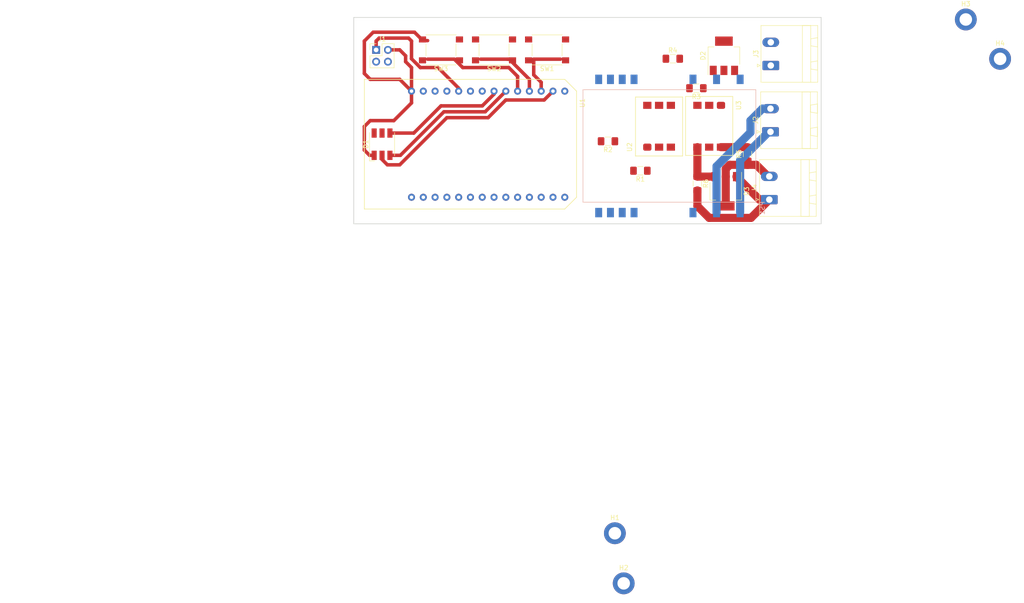
<source format=kicad_pcb>
(kicad_pcb (version 20171130) (host pcbnew 5.0.0)

  (general
    (thickness 1.6)
    (drawings 14)
    (tracks 84)
    (zones 0)
    (modules 24)
    (nets 46)
  )

  (page A4)
  (layers
    (0 F.Cu signal)
    (31 B.Cu signal)
    (32 B.Adhes user)
    (33 F.Adhes user)
    (34 B.Paste user)
    (35 F.Paste user)
    (36 B.SilkS user)
    (37 F.SilkS user)
    (38 B.Mask user)
    (39 F.Mask user)
    (40 Dwgs.User user)
    (41 Cmts.User user)
    (42 Eco1.User user)
    (43 Eco2.User user)
    (44 Edge.Cuts user)
    (45 Margin user)
    (46 B.CrtYd user)
    (47 F.CrtYd user)
    (48 B.Fab user)
    (49 F.Fab user)
  )

  (setup
    (last_trace_width 1.75)
    (user_trace_width 0.5)
    (user_trace_width 0.75)
    (user_trace_width 1)
    (user_trace_width 1.25)
    (user_trace_width 1.75)
    (user_trace_width 2.25)
    (trace_clearance 0.2)
    (zone_clearance 0.508)
    (zone_45_only no)
    (trace_min 0.2)
    (segment_width 0.3)
    (edge_width 0.15)
    (via_size 0.8)
    (via_drill 0.4)
    (via_min_size 0.4)
    (via_min_drill 0.3)
    (uvia_size 0.3)
    (uvia_drill 0.1)
    (uvias_allowed no)
    (uvia_min_size 0.2)
    (uvia_min_drill 0.1)
    (pcb_text_width 0.3)
    (pcb_text_size 1.5 1.5)
    (mod_edge_width 0.15)
    (mod_text_size 1 1)
    (mod_text_width 0.15)
    (pad_size 1.524 1.524)
    (pad_drill 0.762)
    (pad_to_mask_clearance 0.2)
    (aux_axis_origin 93.98 66.04)
    (grid_origin 93.98 66.04)
    (visible_elements FFFEFF7F)
    (pcbplotparams
      (layerselection 0x010fc_ffffffff)
      (usegerberextensions false)
      (usegerberattributes false)
      (usegerberadvancedattributes false)
      (creategerberjobfile false)
      (excludeedgelayer true)
      (linewidth 0.100000)
      (plotframeref false)
      (viasonmask false)
      (mode 1)
      (useauxorigin false)
      (hpglpennumber 1)
      (hpglpenspeed 20)
      (hpglpendiameter 15.000000)
      (psnegative false)
      (psa4output false)
      (plotreference true)
      (plotvalue true)
      (plotinvisibletext false)
      (padsonsilk false)
      (subtractmaskfromsilk false)
      (outputformat 1)
      (mirror false)
      (drillshape 1)
      (scaleselection 1)
      (outputdirectory ""))
  )

  (net 0 "")
  (net 1 GND)
  (net 2 /LED_R)
  (net 3 /LED_G)
  (net 4 /LED_B)
  (net 5 "Net-(D2-Pad3)")
  (net 6 "Net-(D3-Pad3)")
  (net 7 +3V3)
  (net 8 "Net-(J2-Pad1)")
  (net 9 "Net-(J2-Pad2)")
  (net 10 "Net-(J1-Pad4)")
  (net 11 "Net-(J1-Pad3)")
  (net 12 "Net-(R1-Pad2)")
  (net 13 "Net-(R1-Pad1)")
  (net 14 "Net-(R2-Pad1)")
  (net 15 "Net-(R2-Pad2)")
  (net 16 "Net-(R3-Pad2)")
  (net 17 "Net-(R5-Pad2)")
  (net 18 /EINT2)
  (net 19 /EINT0)
  (net 20 /EINT22)
  (net 21 "Net-(U1-Pad1)")
  (net 22 "Net-(U1-Pad2)")
  (net 23 "Net-(U1-Pad3)")
  (net 24 "Net-(U1-Pad4)")
  (net 25 "Net-(U1-Pad5)")
  (net 26 "Net-(U1-Pad6)")
  (net 27 "Net-(U1-Pad7)")
  (net 28 "Net-(U1-Pad8)")
  (net 29 "Net-(U1-Pad9)")
  (net 30 "Net-(U1-Pad12)")
  (net 31 "Net-(U1-Pad13)")
  (net 32 "Net-(U1-Pad15)")
  (net 33 "Net-(U1-Pad22)")
  (net 34 "Net-(U1-Pad23)")
  (net 35 "Net-(U1-Pad25)")
  (net 36 "Net-(U1-Pad26)")
  (net 37 "Net-(U1-Pad27)")
  (net 38 "Net-(U2-Pad5)")
  (net 39 "Net-(U2-Pad3)")
  (net 40 "Net-(U3-Pad3)")
  (net 41 "Net-(U3-Pad5)")
  (net 42 "Net-(C1-Pad2)")
  (net 43 "Net-(D2-Pad2)")
  (net 44 "Net-(D3-Pad2)")
  (net 45 "Net-(C2-Pad2)")

  (net_class Default "This is the default net class."
    (clearance 0.2)
    (trace_width 0.25)
    (via_dia 0.8)
    (via_drill 0.4)
    (uvia_dia 0.3)
    (uvia_drill 0.1)
    (add_net +3V3)
    (add_net /EINT0)
    (add_net /EINT2)
    (add_net /EINT22)
    (add_net /LED_B)
    (add_net /LED_G)
    (add_net /LED_R)
    (add_net GND)
    (add_net "Net-(C1-Pad2)")
    (add_net "Net-(C2-Pad2)")
    (add_net "Net-(D2-Pad2)")
    (add_net "Net-(D2-Pad3)")
    (add_net "Net-(D3-Pad2)")
    (add_net "Net-(D3-Pad3)")
    (add_net "Net-(J1-Pad3)")
    (add_net "Net-(J1-Pad4)")
    (add_net "Net-(J2-Pad1)")
    (add_net "Net-(J2-Pad2)")
    (add_net "Net-(R1-Pad1)")
    (add_net "Net-(R1-Pad2)")
    (add_net "Net-(R2-Pad1)")
    (add_net "Net-(R2-Pad2)")
    (add_net "Net-(R3-Pad2)")
    (add_net "Net-(R5-Pad2)")
    (add_net "Net-(U1-Pad1)")
    (add_net "Net-(U1-Pad12)")
    (add_net "Net-(U1-Pad13)")
    (add_net "Net-(U1-Pad15)")
    (add_net "Net-(U1-Pad2)")
    (add_net "Net-(U1-Pad22)")
    (add_net "Net-(U1-Pad23)")
    (add_net "Net-(U1-Pad25)")
    (add_net "Net-(U1-Pad26)")
    (add_net "Net-(U1-Pad27)")
    (add_net "Net-(U1-Pad3)")
    (add_net "Net-(U1-Pad4)")
    (add_net "Net-(U1-Pad5)")
    (add_net "Net-(U1-Pad6)")
    (add_net "Net-(U1-Pad7)")
    (add_net "Net-(U1-Pad8)")
    (add_net "Net-(U1-Pad9)")
    (add_net "Net-(U2-Pad3)")
    (add_net "Net-(U2-Pad5)")
    (add_net "Net-(U3-Pad3)")
    (add_net "Net-(U3-Pad5)")
  )

  (module Package_SO:MOC3042M (layer F.Cu) (tedit 5BB2978F) (tstamp 5BD813C7)
    (at 182.88 45.6 180)
    (path /5BB71A6D)
    (fp_text reference U3 (at -6.35 5.08 -90) (layer F.SilkS)
      (effects (font (size 1 1) (thickness 0.15)))
    )
    (fp_text value MOC3042M (at -0.635 -6.985 180) (layer F.Fab)
      (effects (font (size 1 1) (thickness 0.15)))
    )
    (fp_line (start -5.08 -5.715) (end 5.08 -5.715) (layer F.SilkS) (width 0.15))
    (fp_line (start 5.08 -5.715) (end 5.08 6.985) (layer F.SilkS) (width 0.15))
    (fp_line (start 5.08 6.985) (end -5.08 6.985) (layer F.SilkS) (width 0.15))
    (fp_line (start -5.08 6.985) (end -5.08 -5.715) (layer F.SilkS) (width 0.15))
    (pad 1 smd roundrect (at -2.54 5.08) (size 1.78 1.524) (layers F.Cu F.Paste F.Mask) (roundrect_rratio 0.25)
      (net 14 "Net-(R2-Pad1)"))
    (pad 2 smd rect (at 0 5.08) (size 1.78 1.524) (layers F.Cu F.Paste F.Mask)
      (net 1 GND))
    (pad 3 smd rect (at 2.54 5.08) (size 1.78 1.524) (layers F.Cu F.Paste F.Mask)
      (net 40 "Net-(U3-Pad3)"))
    (pad 4 smd rect (at 2.54 -3.93) (size 1.78 1.524) (layers F.Cu F.Paste F.Mask)
      (net 6 "Net-(D3-Pad3)"))
    (pad 5 smd rect (at 0 -3.93) (size 1.78 1.524) (layers F.Cu F.Paste F.Mask)
      (net 41 "Net-(U3-Pad5)"))
    (pad 6 smd rect (at -2.54 -3.93) (size 1.78 1.524) (layers F.Cu F.Paste F.Mask)
      (net 17 "Net-(R5-Pad2)"))
  )

  (module Button_Switch_SMD:SW_SPST_PTS645 (layer F.Cu) (tedit 5A02FC95) (tstamp 5BC6C745)
    (at 125.095 28.575 180)
    (descr "C&K Components SPST SMD PTS645 Series 6mm Tact Switch")
    (tags "SPST Button Switch")
    (path /5BB2655C)
    (attr smd)
    (fp_text reference SW3 (at 0 -4.05 180) (layer F.SilkS)
      (effects (font (size 1 1) (thickness 0.15)))
    )
    (fp_text value EINT_22 (at 0 4.15 180) (layer F.Fab)
      (effects (font (size 1 1) (thickness 0.15)))
    )
    (fp_circle (center 0 0) (end 1.75 -0.05) (layer F.Fab) (width 0.1))
    (fp_line (start -3.23 3.23) (end 3.23 3.23) (layer F.SilkS) (width 0.12))
    (fp_line (start -3.23 -1.3) (end -3.23 1.3) (layer F.SilkS) (width 0.12))
    (fp_line (start -3.23 -3.23) (end 3.23 -3.23) (layer F.SilkS) (width 0.12))
    (fp_line (start 3.23 -1.3) (end 3.23 1.3) (layer F.SilkS) (width 0.12))
    (fp_line (start -3.23 -3.2) (end -3.23 -3.23) (layer F.SilkS) (width 0.12))
    (fp_line (start -3.23 3.23) (end -3.23 3.2) (layer F.SilkS) (width 0.12))
    (fp_line (start 3.23 3.23) (end 3.23 3.2) (layer F.SilkS) (width 0.12))
    (fp_line (start 3.23 -3.23) (end 3.23 -3.2) (layer F.SilkS) (width 0.12))
    (fp_line (start -5.05 -3.4) (end 5.05 -3.4) (layer F.CrtYd) (width 0.05))
    (fp_line (start -5.05 3.4) (end 5.05 3.4) (layer F.CrtYd) (width 0.05))
    (fp_line (start -5.05 -3.4) (end -5.05 3.4) (layer F.CrtYd) (width 0.05))
    (fp_line (start 5.05 3.4) (end 5.05 -3.4) (layer F.CrtYd) (width 0.05))
    (fp_line (start 3 -3) (end -3 -3) (layer F.Fab) (width 0.1))
    (fp_line (start 3 3) (end 3 -3) (layer F.Fab) (width 0.1))
    (fp_line (start -3 3) (end 3 3) (layer F.Fab) (width 0.1))
    (fp_line (start -3 -3) (end -3 3) (layer F.Fab) (width 0.1))
    (fp_text user %R (at 0 -4.05 180) (layer F.Fab)
      (effects (font (size 1 1) (thickness 0.15)))
    )
    (pad 2 smd rect (at 3.98 2.25 180) (size 1.55 1.3) (layers F.Cu F.Paste F.Mask)
      (net 1 GND))
    (pad 1 smd rect (at 3.98 -2.25 180) (size 1.55 1.3) (layers F.Cu F.Paste F.Mask)
      (net 20 /EINT22))
    (pad 1 smd rect (at -3.98 -2.25 180) (size 1.55 1.3) (layers F.Cu F.Paste F.Mask)
      (net 20 /EINT22))
    (pad 2 smd rect (at -3.98 2.25 180) (size 1.55 1.3) (layers F.Cu F.Paste F.Mask)
      (net 1 GND))
    (model ${KISYS3DMOD}/Button_Switch_SMD.3dshapes/SW_SPST_PTS645.wrl
      (at (xyz 0 0 0))
      (scale (xyz 1 1 1))
      (rotate (xyz 0 0 0))
    )
  )

  (module Connector_Phoenix_MSTB:PhoenixContact_MSTBA_2,5_2-G_1x02_P5.00mm_Horizontal (layer F.Cu) (tedit 5B785046) (tstamp 5BBA3C4A)
    (at 196.1515 31.9405 90)
    (descr "Generic Phoenix Contact connector footprint for: MSTBA_2,5/2-G; number of pins: 02; pin pitch: 5.00mm; Angled || order number: 1757475 12A || order number: 1923759 16A (HC)")
    (tags "phoenix_contact connector MSTBA_01x02_G_5.00mm")
    (path /5BB5FD75)
    (fp_text reference J3 (at 2.5 -3.2 90) (layer F.SilkS)
      (effects (font (size 1 1) (thickness 0.15)))
    )
    (fp_text value HP_1_LOAD (at 2.5 11.2 90) (layer F.Fab)
      (effects (font (size 1 1) (thickness 0.15)))
    )
    (fp_line (start -3.61 -2.11) (end -3.61 10.11) (layer F.SilkS) (width 0.12))
    (fp_line (start -3.61 10.11) (end 8.61 10.11) (layer F.SilkS) (width 0.12))
    (fp_line (start 8.61 10.11) (end 8.61 -2.11) (layer F.SilkS) (width 0.12))
    (fp_line (start 8.61 -2.11) (end -3.61 -2.11) (layer F.SilkS) (width 0.12))
    (fp_line (start -3.5 -2) (end -3.5 10) (layer F.Fab) (width 0.1))
    (fp_line (start -3.5 10) (end 8.5 10) (layer F.Fab) (width 0.1))
    (fp_line (start 8.5 10) (end 8.5 -2) (layer F.Fab) (width 0.1))
    (fp_line (start 8.5 -2) (end -3.5 -2) (layer F.Fab) (width 0.1))
    (fp_line (start -3.61 8.61) (end -3.61 6.81) (layer F.SilkS) (width 0.12))
    (fp_line (start -3.61 6.81) (end 8.61 6.81) (layer F.SilkS) (width 0.12))
    (fp_line (start 8.61 6.81) (end 8.61 8.61) (layer F.SilkS) (width 0.12))
    (fp_line (start 8.61 8.61) (end -3.61 8.61) (layer F.SilkS) (width 0.12))
    (fp_line (start -1 10.11) (end 1 10.11) (layer F.SilkS) (width 0.12))
    (fp_line (start 1 10.11) (end 0.75 8.61) (layer F.SilkS) (width 0.12))
    (fp_line (start 0.75 8.61) (end -0.75 8.61) (layer F.SilkS) (width 0.12))
    (fp_line (start -0.75 8.61) (end -1 10.11) (layer F.SilkS) (width 0.12))
    (fp_line (start 4 10.11) (end 6 10.11) (layer F.SilkS) (width 0.12))
    (fp_line (start 6 10.11) (end 5.75 8.61) (layer F.SilkS) (width 0.12))
    (fp_line (start 5.75 8.61) (end 4.25 8.61) (layer F.SilkS) (width 0.12))
    (fp_line (start 4.25 8.61) (end 4 10.11) (layer F.SilkS) (width 0.12))
    (fp_line (start -4 -2.5) (end -4 10.5) (layer F.CrtYd) (width 0.05))
    (fp_line (start -4 10.5) (end 9 10.5) (layer F.CrtYd) (width 0.05))
    (fp_line (start 9 10.5) (end 9 -2.5) (layer F.CrtYd) (width 0.05))
    (fp_line (start 9 -2.5) (end -4 -2.5) (layer F.CrtYd) (width 0.05))
    (fp_line (start 0.3 -2.91) (end 0 -2.31) (layer F.SilkS) (width 0.12))
    (fp_line (start 0 -2.31) (end -0.3 -2.91) (layer F.SilkS) (width 0.12))
    (fp_line (start -0.3 -2.91) (end 0.3 -2.91) (layer F.SilkS) (width 0.12))
    (fp_line (start 0.95 -2) (end 0 -0.5) (layer F.Fab) (width 0.1))
    (fp_line (start 0 -0.5) (end -0.95 -2) (layer F.Fab) (width 0.1))
    (fp_text user %R (at 2.5 -1.3 90) (layer F.Fab)
      (effects (font (size 1 1) (thickness 0.15)))
    )
    (pad 1 thru_hole roundrect (at 0 0 90) (size 2 3.6) (drill 1.4) (layers *.Cu *.Mask) (roundrect_rratio 0.125)
      (net 42 "Net-(C1-Pad2)"))
    (pad 2 thru_hole oval (at 5 0 90) (size 2 3.6) (drill 1.4) (layers *.Cu *.Mask)
      (net 43 "Net-(D2-Pad2)"))
    (model ${KISYS3DMOD}/Connector_Phoenix_MSTB.3dshapes/PhoenixContact_MSTBA_2,5_2-G_1x02_P5.00mm_Horizontal.wrl
      (at (xyz 0 0 0))
      (scale (xyz 1 1 1))
      (rotate (xyz 0 0 0))
    )
  )

  (module Connector_Phoenix_MSTB:PhoenixContact_MSTBA_2,5_2-G_1x02_P5.00mm_Horizontal (layer F.Cu) (tedit 5B785046) (tstamp 5BD812B1)
    (at 195.834 60.833 90)
    (descr "Generic Phoenix Contact connector footprint for: MSTBA_2,5/2-G; number of pins: 02; pin pitch: 5.00mm; Angled || order number: 1757475 12A || order number: 1923759 16A (HC)")
    (tags "phoenix_contact connector MSTBA_01x02_G_5.00mm")
    (path /5BB71AC0)
    (fp_text reference J4 (at 2.5 -3.2 90) (layer F.SilkS)
      (effects (font (size 1 1) (thickness 0.15)))
    )
    (fp_text value HP_2_LOAD (at 2.5 11.2 90) (layer F.Fab)
      (effects (font (size 1 1) (thickness 0.15)))
    )
    (fp_line (start -3.61 -2.11) (end -3.61 10.11) (layer F.SilkS) (width 0.12))
    (fp_line (start -3.61 10.11) (end 8.61 10.11) (layer F.SilkS) (width 0.12))
    (fp_line (start 8.61 10.11) (end 8.61 -2.11) (layer F.SilkS) (width 0.12))
    (fp_line (start 8.61 -2.11) (end -3.61 -2.11) (layer F.SilkS) (width 0.12))
    (fp_line (start -3.5 -2) (end -3.5 10) (layer F.Fab) (width 0.1))
    (fp_line (start -3.5 10) (end 8.5 10) (layer F.Fab) (width 0.1))
    (fp_line (start 8.5 10) (end 8.5 -2) (layer F.Fab) (width 0.1))
    (fp_line (start 8.5 -2) (end -3.5 -2) (layer F.Fab) (width 0.1))
    (fp_line (start -3.61 8.61) (end -3.61 6.81) (layer F.SilkS) (width 0.12))
    (fp_line (start -3.61 6.81) (end 8.61 6.81) (layer F.SilkS) (width 0.12))
    (fp_line (start 8.61 6.81) (end 8.61 8.61) (layer F.SilkS) (width 0.12))
    (fp_line (start 8.61 8.61) (end -3.61 8.61) (layer F.SilkS) (width 0.12))
    (fp_line (start -1 10.11) (end 1 10.11) (layer F.SilkS) (width 0.12))
    (fp_line (start 1 10.11) (end 0.75 8.61) (layer F.SilkS) (width 0.12))
    (fp_line (start 0.75 8.61) (end -0.75 8.61) (layer F.SilkS) (width 0.12))
    (fp_line (start -0.75 8.61) (end -1 10.11) (layer F.SilkS) (width 0.12))
    (fp_line (start 4 10.11) (end 6 10.11) (layer F.SilkS) (width 0.12))
    (fp_line (start 6 10.11) (end 5.75 8.61) (layer F.SilkS) (width 0.12))
    (fp_line (start 5.75 8.61) (end 4.25 8.61) (layer F.SilkS) (width 0.12))
    (fp_line (start 4.25 8.61) (end 4 10.11) (layer F.SilkS) (width 0.12))
    (fp_line (start -4 -2.5) (end -4 10.5) (layer F.CrtYd) (width 0.05))
    (fp_line (start -4 10.5) (end 9 10.5) (layer F.CrtYd) (width 0.05))
    (fp_line (start 9 10.5) (end 9 -2.5) (layer F.CrtYd) (width 0.05))
    (fp_line (start 9 -2.5) (end -4 -2.5) (layer F.CrtYd) (width 0.05))
    (fp_line (start 0.3 -2.91) (end 0 -2.31) (layer F.SilkS) (width 0.12))
    (fp_line (start 0 -2.31) (end -0.3 -2.91) (layer F.SilkS) (width 0.12))
    (fp_line (start -0.3 -2.91) (end 0.3 -2.91) (layer F.SilkS) (width 0.12))
    (fp_line (start 0.95 -2) (end 0 -0.5) (layer F.Fab) (width 0.1))
    (fp_line (start 0 -0.5) (end -0.95 -2) (layer F.Fab) (width 0.1))
    (fp_text user %R (at 2.5 -1.3 90) (layer F.Fab)
      (effects (font (size 1 1) (thickness 0.15)))
    )
    (pad 1 thru_hole roundrect (at 0 0 90) (size 2 3.6) (drill 1.4) (layers *.Cu *.Mask) (roundrect_rratio 0.125)
      (net 45 "Net-(C2-Pad2)"))
    (pad 2 thru_hole oval (at 5 0 90) (size 2 3.6) (drill 1.4) (layers *.Cu *.Mask)
      (net 44 "Net-(D3-Pad2)"))
    (model ${KISYS3DMOD}/Connector_Phoenix_MSTB.3dshapes/PhoenixContact_MSTBA_2,5_2-G_1x02_P5.00mm_Horizontal.wrl
      (at (xyz 0 0 0))
      (scale (xyz 1 1 1))
      (rotate (xyz 0 0 0))
    )
  )

  (module Resistor_SMD:R_1206_3216Metric_Pad1.42x1.75mm_HandSolder (layer F.Cu) (tedit 5B301BBD) (tstamp 5BC7AFA8)
    (at 191.135 51.0175 90)
    (descr "Resistor SMD 1206 (3216 Metric), square (rectangular) end terminal, IPC_7351 nominal with elongated pad for handsoldering. (Body size source: http://www.tortai-tech.com/upload/download/2011102023233369053.pdf), generated with kicad-footprint-generator")
    (tags "resistor handsolder")
    (path /5BB71A84)
    (attr smd)
    (fp_text reference R5 (at 0 -1.82 90) (layer F.SilkS)
      (effects (font (size 1 1) (thickness 0.15)))
    )
    (fp_text value 360 (at 0 1.82 90) (layer F.Fab)
      (effects (font (size 1 1) (thickness 0.15)))
    )
    (fp_text user %R (at 0 0 90) (layer F.Fab)
      (effects (font (size 0.8 0.8) (thickness 0.12)))
    )
    (fp_line (start 2.45 1.12) (end -2.45 1.12) (layer F.CrtYd) (width 0.05))
    (fp_line (start 2.45 -1.12) (end 2.45 1.12) (layer F.CrtYd) (width 0.05))
    (fp_line (start -2.45 -1.12) (end 2.45 -1.12) (layer F.CrtYd) (width 0.05))
    (fp_line (start -2.45 1.12) (end -2.45 -1.12) (layer F.CrtYd) (width 0.05))
    (fp_line (start -0.602064 0.91) (end 0.602064 0.91) (layer F.SilkS) (width 0.12))
    (fp_line (start -0.602064 -0.91) (end 0.602064 -0.91) (layer F.SilkS) (width 0.12))
    (fp_line (start 1.6 0.8) (end -1.6 0.8) (layer F.Fab) (width 0.1))
    (fp_line (start 1.6 -0.8) (end 1.6 0.8) (layer F.Fab) (width 0.1))
    (fp_line (start -1.6 -0.8) (end 1.6 -0.8) (layer F.Fab) (width 0.1))
    (fp_line (start -1.6 0.8) (end -1.6 -0.8) (layer F.Fab) (width 0.1))
    (pad 2 smd roundrect (at 1.4875 0 90) (size 1.425 1.75) (layers F.Cu F.Paste F.Mask) (roundrect_rratio 0.175439)
      (net 17 "Net-(R5-Pad2)"))
    (pad 1 smd roundrect (at -1.4875 0 90) (size 1.425 1.75) (layers F.Cu F.Paste F.Mask) (roundrect_rratio 0.175439)
      (net 44 "Net-(D3-Pad2)"))
    (model ${KISYS3DMOD}/Resistor_SMD.3dshapes/R_1206_3216Metric.wrl
      (at (xyz 0 0 0))
      (scale (xyz 1 1 1))
      (rotate (xyz 0 0 0))
    )
  )

  (module Resistor_SMD:R_1206_3216Metric_Pad1.42x1.75mm_HandSolder (layer F.Cu) (tedit 5B301BBD) (tstamp 5BC6F000)
    (at 161.0725 48.26 180)
    (descr "Resistor SMD 1206 (3216 Metric), square (rectangular) end terminal, IPC_7351 nominal with elongated pad for handsoldering. (Body size source: http://www.tortai-tech.com/upload/download/2011102023233369053.pdf), generated with kicad-footprint-generator")
    (tags "resistor handsolder")
    (path /5BB71A74)
    (attr smd)
    (fp_text reference R2 (at 0 -1.82 180) (layer F.SilkS)
      (effects (font (size 1 1) (thickness 0.15)))
    )
    (fp_text value HP_2_BIAS (at 0 1.82 180) (layer F.Fab)
      (effects (font (size 1 1) (thickness 0.15)))
    )
    (fp_line (start -1.6 0.8) (end -1.6 -0.8) (layer F.Fab) (width 0.1))
    (fp_line (start -1.6 -0.8) (end 1.6 -0.8) (layer F.Fab) (width 0.1))
    (fp_line (start 1.6 -0.8) (end 1.6 0.8) (layer F.Fab) (width 0.1))
    (fp_line (start 1.6 0.8) (end -1.6 0.8) (layer F.Fab) (width 0.1))
    (fp_line (start -0.602064 -0.91) (end 0.602064 -0.91) (layer F.SilkS) (width 0.12))
    (fp_line (start -0.602064 0.91) (end 0.602064 0.91) (layer F.SilkS) (width 0.12))
    (fp_line (start -2.45 1.12) (end -2.45 -1.12) (layer F.CrtYd) (width 0.05))
    (fp_line (start -2.45 -1.12) (end 2.45 -1.12) (layer F.CrtYd) (width 0.05))
    (fp_line (start 2.45 -1.12) (end 2.45 1.12) (layer F.CrtYd) (width 0.05))
    (fp_line (start 2.45 1.12) (end -2.45 1.12) (layer F.CrtYd) (width 0.05))
    (fp_text user %R (at 0 0 180) (layer F.Fab)
      (effects (font (size 0.8 0.8) (thickness 0.12)))
    )
    (pad 1 smd roundrect (at -1.4875 0 180) (size 1.425 1.75) (layers F.Cu F.Paste F.Mask) (roundrect_rratio 0.175439)
      (net 14 "Net-(R2-Pad1)"))
    (pad 2 smd roundrect (at 1.4875 0 180) (size 1.425 1.75) (layers F.Cu F.Paste F.Mask) (roundrect_rratio 0.175439)
      (net 15 "Net-(R2-Pad2)"))
    (model ${KISYS3DMOD}/Resistor_SMD.3dshapes/R_1206_3216Metric.wrl
      (at (xyz 0 0 0))
      (scale (xyz 1 1 1))
      (rotate (xyz 0 0 0))
    )
  )

  (module Resistor_SMD:R_1206_3216Metric_Pad1.42x1.75mm_HandSolder (layer F.Cu) (tedit 5B301BBD) (tstamp 5BBA48B8)
    (at 180.34 57.3675 270)
    (descr "Resistor SMD 1206 (3216 Metric), square (rectangular) end terminal, IPC_7351 nominal with elongated pad for handsoldering. (Body size source: http://www.tortai-tech.com/upload/download/2011102023233369053.pdf), generated with kicad-footprint-generator")
    (tags "resistor handsolder")
    (path /5BB71A94)
    (attr smd)
    (fp_text reference R6 (at 0 -1.82 270) (layer F.SilkS)
      (effects (font (size 1 1) (thickness 0.15)))
    )
    (fp_text value 330 (at 0 1.82 270) (layer F.Fab)
      (effects (font (size 1 1) (thickness 0.15)))
    )
    (fp_line (start -1.6 0.8) (end -1.6 -0.8) (layer F.Fab) (width 0.1))
    (fp_line (start -1.6 -0.8) (end 1.6 -0.8) (layer F.Fab) (width 0.1))
    (fp_line (start 1.6 -0.8) (end 1.6 0.8) (layer F.Fab) (width 0.1))
    (fp_line (start 1.6 0.8) (end -1.6 0.8) (layer F.Fab) (width 0.1))
    (fp_line (start -0.602064 -0.91) (end 0.602064 -0.91) (layer F.SilkS) (width 0.12))
    (fp_line (start -0.602064 0.91) (end 0.602064 0.91) (layer F.SilkS) (width 0.12))
    (fp_line (start -2.45 1.12) (end -2.45 -1.12) (layer F.CrtYd) (width 0.05))
    (fp_line (start -2.45 -1.12) (end 2.45 -1.12) (layer F.CrtYd) (width 0.05))
    (fp_line (start 2.45 -1.12) (end 2.45 1.12) (layer F.CrtYd) (width 0.05))
    (fp_line (start 2.45 1.12) (end -2.45 1.12) (layer F.CrtYd) (width 0.05))
    (fp_text user %R (at 0 0 270) (layer F.Fab)
      (effects (font (size 0.8 0.8) (thickness 0.12)))
    )
    (pad 1 smd roundrect (at -1.4875 0 270) (size 1.425 1.75) (layers F.Cu F.Paste F.Mask) (roundrect_rratio 0.175439)
      (net 6 "Net-(D3-Pad3)"))
    (pad 2 smd roundrect (at 1.4875 0 270) (size 1.425 1.75) (layers F.Cu F.Paste F.Mask) (roundrect_rratio 0.175439)
      (net 45 "Net-(C2-Pad2)"))
    (model ${KISYS3DMOD}/Resistor_SMD.3dshapes/R_1206_3216Metric.wrl
      (at (xyz 0 0 0))
      (scale (xyz 1 1 1))
      (rotate (xyz 0 0 0))
    )
  )

  (module Package_TO_SOT_SMD:SOT-223 (layer F.Cu) (tedit 5A02FF57) (tstamp 5BD8120B)
    (at 186.45 59.03 270)
    (descr "module CMS SOT223 4 pins")
    (tags "CMS SOT")
    (path /5BB71A8B)
    (attr smd)
    (fp_text reference D3 (at 0 -4.5 270) (layer F.SilkS)
      (effects (font (size 1 1) (thickness 0.15)))
    )
    (fp_text value Z0110MN (at 0 4.5 270) (layer F.Fab)
      (effects (font (size 1 1) (thickness 0.15)))
    )
    (fp_text user %R (at -0.005001 0) (layer F.Fab)
      (effects (font (size 0.8 0.8) (thickness 0.12)))
    )
    (fp_line (start -1.85 -2.3) (end -0.8 -3.35) (layer F.Fab) (width 0.1))
    (fp_line (start 1.91 3.41) (end 1.91 2.15) (layer F.SilkS) (width 0.12))
    (fp_line (start 1.91 -3.41) (end 1.91 -2.15) (layer F.SilkS) (width 0.12))
    (fp_line (start 4.4 -3.6) (end -4.4 -3.6) (layer F.CrtYd) (width 0.05))
    (fp_line (start 4.4 3.6) (end 4.4 -3.6) (layer F.CrtYd) (width 0.05))
    (fp_line (start -4.4 3.6) (end 4.4 3.6) (layer F.CrtYd) (width 0.05))
    (fp_line (start -4.4 -3.6) (end -4.4 3.6) (layer F.CrtYd) (width 0.05))
    (fp_line (start -1.85 -2.3) (end -1.85 3.35) (layer F.Fab) (width 0.1))
    (fp_line (start -1.85 3.41) (end 1.91 3.41) (layer F.SilkS) (width 0.12))
    (fp_line (start -0.8 -3.35) (end 1.85 -3.35) (layer F.Fab) (width 0.1))
    (fp_line (start -4.1 -3.41) (end 1.91 -3.41) (layer F.SilkS) (width 0.12))
    (fp_line (start -1.85 3.35) (end 1.85 3.35) (layer F.Fab) (width 0.1))
    (fp_line (start 1.85 -3.35) (end 1.85 3.35) (layer F.Fab) (width 0.1))
    (pad 4 smd rect (at 3.15 0 270) (size 2 3.8) (layers F.Cu F.Paste F.Mask)
      (net 44 "Net-(D3-Pad2)"))
    (pad 2 smd rect (at -3.15 0 270) (size 2 1.5) (layers F.Cu F.Paste F.Mask)
      (net 44 "Net-(D3-Pad2)"))
    (pad 3 smd rect (at -3.15 2.3 270) (size 2 1.5) (layers F.Cu F.Paste F.Mask)
      (net 6 "Net-(D3-Pad3)"))
    (pad 1 smd rect (at -3.15 -2.3 270) (size 2 1.5) (layers F.Cu F.Paste F.Mask)
      (net 45 "Net-(C2-Pad2)"))
    (model ${KISYS3DMOD}/Package_TO_SOT_SMD.3dshapes/SOT-223.wrl
      (at (xyz 0 0 0))
      (scale (xyz 1 1 1))
      (rotate (xyz 0 0 0))
    )
  )

  (module LED_SMD:LED_RGB_5050-6 (layer F.Cu) (tedit 59155824) (tstamp 5BC6C94D)
    (at 112.395 48.895 90)
    (descr http://cdn.sparkfun.com/datasheets/Components/LED/5060BRG4.pdf)
    (tags "RGB LED 5050-6")
    (path /5BB26A3E)
    (attr smd)
    (fp_text reference D1 (at 0 -3.5 270) (layer F.SilkS)
      (effects (font (size 1 1) (thickness 0.15)))
    )
    (fp_text value LED_CRGB (at 0 3.3 90) (layer F.Fab)
      (effects (font (size 1 1) (thickness 0.15)))
    )
    (fp_line (start -2.5 -1.9) (end -1.9 -2.5) (layer F.Fab) (width 0.1))
    (fp_line (start 2.5 -2.5) (end -2.5 -2.5) (layer F.Fab) (width 0.1))
    (fp_line (start 2.5 2.5) (end 2.5 -2.5) (layer F.Fab) (width 0.1))
    (fp_line (start -2.5 2.5) (end 2.5 2.5) (layer F.Fab) (width 0.1))
    (fp_line (start -2.5 -2.5) (end -2.5 2.5) (layer F.Fab) (width 0.1))
    (fp_line (start -3.6 -2.7) (end 2.5 -2.7) (layer F.SilkS) (width 0.12))
    (fp_line (start -3.6 -1.6) (end -3.6 -2.7) (layer F.SilkS) (width 0.12))
    (fp_line (start 2.5 2.7) (end -2.5 2.7) (layer F.SilkS) (width 0.12))
    (fp_line (start 3.65 -2.75) (end -3.65 -2.75) (layer F.CrtYd) (width 0.05))
    (fp_line (start 3.65 2.75) (end 3.65 -2.75) (layer F.CrtYd) (width 0.05))
    (fp_line (start -3.65 2.75) (end 3.65 2.75) (layer F.CrtYd) (width 0.05))
    (fp_line (start -3.65 -2.75) (end -3.65 2.75) (layer F.CrtYd) (width 0.05))
    (fp_text user %R (at -0.485001 0 90) (layer F.Fab)
      (effects (font (size 0.6 0.6) (thickness 0.06)))
    )
    (fp_circle (center 0 0) (end 0 -1.9) (layer F.Fab) (width 0.1))
    (pad 1 smd rect (at -2.4 -1.7 180) (size 1.1 2) (layers F.Cu F.Paste F.Mask)
      (net 1 GND))
    (pad 2 smd rect (at -2.4 0 180) (size 1.1 2) (layers F.Cu F.Paste F.Mask)
      (net 2 /LED_R))
    (pad 3 smd rect (at -2.4 1.7 180) (size 1.1 2) (layers F.Cu F.Paste F.Mask)
      (net 3 /LED_G))
    (pad 4 smd rect (at 2.4 1.7 180) (size 1.1 2) (layers F.Cu F.Paste F.Mask)
      (net 4 /LED_B))
    (pad 5 smd rect (at 2.4 0 180) (size 1.1 2) (layers F.Cu F.Paste F.Mask))
    (pad 6 smd rect (at 2.4 -1.7 180) (size 1.1 2) (layers F.Cu F.Paste F.Mask))
    (model ${KISYS3DMOD}/LED_SMD.3dshapes/LED_RGB_5050-6.wrl
      (at (xyz 0 0 0))
      (scale (xyz 1 1 1))
      (rotate (xyz 0 0 0))
    )
  )

  (module Package_TO_SOT_SMD:SOT-223 (layer F.Cu) (tedit 5A02FF57) (tstamp 5BC7951F)
    (at 186.055 29.845 90)
    (descr "module CMS SOT223 4 pins")
    (tags "CMS SOT")
    (path /5BB40D5B)
    (attr smd)
    (fp_text reference D2 (at 0 -4.5 90) (layer F.SilkS)
      (effects (font (size 1 1) (thickness 0.15)))
    )
    (fp_text value Z0110MN (at 0 4.5 90) (layer F.Fab)
      (effects (font (size 1 1) (thickness 0.15)))
    )
    (fp_line (start 1.85 -3.35) (end 1.85 3.35) (layer F.Fab) (width 0.1))
    (fp_line (start -1.85 3.35) (end 1.85 3.35) (layer F.Fab) (width 0.1))
    (fp_line (start -4.1 -3.41) (end 1.91 -3.41) (layer F.SilkS) (width 0.12))
    (fp_line (start -0.8 -3.35) (end 1.85 -3.35) (layer F.Fab) (width 0.1))
    (fp_line (start -1.85 3.41) (end 1.91 3.41) (layer F.SilkS) (width 0.12))
    (fp_line (start -1.85 -2.3) (end -1.85 3.35) (layer F.Fab) (width 0.1))
    (fp_line (start -4.4 -3.6) (end -4.4 3.6) (layer F.CrtYd) (width 0.05))
    (fp_line (start -4.4 3.6) (end 4.4 3.6) (layer F.CrtYd) (width 0.05))
    (fp_line (start 4.4 3.6) (end 4.4 -3.6) (layer F.CrtYd) (width 0.05))
    (fp_line (start 4.4 -3.6) (end -4.4 -3.6) (layer F.CrtYd) (width 0.05))
    (fp_line (start 1.91 -3.41) (end 1.91 -2.15) (layer F.SilkS) (width 0.12))
    (fp_line (start 1.91 3.41) (end 1.91 2.15) (layer F.SilkS) (width 0.12))
    (fp_line (start -1.85 -2.3) (end -0.8 -3.35) (layer F.Fab) (width 0.1))
    (fp_text user %R (at 0 0 180) (layer F.Fab)
      (effects (font (size 0.8 0.8) (thickness 0.12)))
    )
    (pad 1 smd rect (at -3.15 -2.3 90) (size 2 1.5) (layers F.Cu F.Paste F.Mask)
      (net 42 "Net-(C1-Pad2)"))
    (pad 3 smd rect (at -3.15 2.3 90) (size 2 1.5) (layers F.Cu F.Paste F.Mask)
      (net 5 "Net-(D2-Pad3)"))
    (pad 2 smd rect (at -3.15 0 90) (size 2 1.5) (layers F.Cu F.Paste F.Mask)
      (net 43 "Net-(D2-Pad2)"))
    (pad 4 smd rect (at 3.15 0 90) (size 2 3.8) (layers F.Cu F.Paste F.Mask)
      (net 43 "Net-(D2-Pad2)"))
    (model ${KISYS3DMOD}/Package_TO_SOT_SMD.3dshapes/SOT-223.wrl
      (at (xyz 0 0 0))
      (scale (xyz 1 1 1))
      (rotate (xyz 0 0 0))
    )
  )

  (module MountingHole:MountingHole_2.7mm_M2.5_DIN965_Pad locked (layer F.Cu) (tedit 56D1B4CB) (tstamp 5BBA69C2)
    (at 162.56 132.715)
    (descr "Mounting Hole 2.7mm, M2.5, DIN965")
    (tags "mounting hole 2.7mm m2.5 din965")
    (path /5BB2B763)
    (attr virtual)
    (fp_text reference H1 (at 0 -3.35) (layer F.SilkS)
      (effects (font (size 1 1) (thickness 0.15)))
    )
    (fp_text value MountingHole (at 0 3.35) (layer F.Fab)
      (effects (font (size 1 1) (thickness 0.15)))
    )
    (fp_circle (center 0 0) (end 2.6 0) (layer F.CrtYd) (width 0.05))
    (fp_circle (center 0 0) (end 2.35 0) (layer Cmts.User) (width 0.15))
    (fp_text user %R (at 0.3 0) (layer F.Fab)
      (effects (font (size 1 1) (thickness 0.15)))
    )
    (pad 1 thru_hole circle (at 0 0) (size 4.7 4.7) (drill 2.7) (layers *.Cu *.Mask))
  )

  (module MountingHole:MountingHole_2.7mm_M2.5_DIN965_Pad locked (layer F.Cu) (tedit 56D1B4CB) (tstamp 5BBA69D7)
    (at 164.465 143.51)
    (descr "Mounting Hole 2.7mm, M2.5, DIN965")
    (tags "mounting hole 2.7mm m2.5 din965")
    (path /5BB2BA38)
    (attr virtual)
    (fp_text reference H2 (at 0 -3.35) (layer F.SilkS)
      (effects (font (size 1 1) (thickness 0.15)))
    )
    (fp_text value MountingHole (at 0 3.35) (layer F.Fab)
      (effects (font (size 1 1) (thickness 0.15)))
    )
    (fp_circle (center 0 0) (end 2.6 0) (layer F.CrtYd) (width 0.05))
    (fp_circle (center 0 0) (end 2.35 0) (layer Cmts.User) (width 0.15))
    (fp_text user %R (at 0.3 0) (layer F.Fab)
      (effects (font (size 1 1) (thickness 0.15)))
    )
    (pad 1 thru_hole circle (at 0 0) (size 4.7 4.7) (drill 2.7) (layers *.Cu *.Mask))
  )

  (module MountingHole:MountingHole_2.7mm_M2.5_DIN965_Pad (layer F.Cu) (tedit 56D1B4CB) (tstamp 5BD81223)
    (at 238.171001 22.025001)
    (descr "Mounting Hole 2.7mm, M2.5, DIN965")
    (tags "mounting hole 2.7mm m2.5 din965")
    (path /5BB2B9A2)
    (attr virtual)
    (fp_text reference H3 (at 0 -3.35) (layer F.SilkS)
      (effects (font (size 1 1) (thickness 0.15)))
    )
    (fp_text value MountingHole (at 0 3.35) (layer F.Fab)
      (effects (font (size 1 1) (thickness 0.15)))
    )
    (fp_text user %R (at 0.3 0) (layer F.Fab)
      (effects (font (size 1 1) (thickness 0.15)))
    )
    (fp_circle (center 0 0) (end 2.35 0) (layer Cmts.User) (width 0.15))
    (fp_circle (center 0 0) (end 2.6 0) (layer F.CrtYd) (width 0.05))
    (pad 1 thru_hole circle (at 0 0) (size 4.7 4.7) (drill 2.7) (layers *.Cu *.Mask))
  )

  (module MountingHole:MountingHole_2.7mm_M2.5_DIN965_Pad (layer F.Cu) (tedit 56D1B4CB) (tstamp 5BD8122B)
    (at 245.561001 30.505001)
    (descr "Mounting Hole 2.7mm, M2.5, DIN965")
    (tags "mounting hole 2.7mm m2.5 din965")
    (path /5BB2BB74)
    (attr virtual)
    (fp_text reference H4 (at 0 -3.35) (layer F.SilkS)
      (effects (font (size 1 1) (thickness 0.15)))
    )
    (fp_text value MountingHole (at 0 3.35) (layer F.Fab)
      (effects (font (size 1 1) (thickness 0.15)))
    )
    (fp_text user %R (at 0.3 0) (layer F.Fab)
      (effects (font (size 1 1) (thickness 0.15)))
    )
    (fp_circle (center 0 0) (end 2.35 0) (layer Cmts.User) (width 0.15))
    (fp_circle (center 0 0) (end 2.6 0) (layer F.CrtYd) (width 0.05))
    (pad 1 thru_hole circle (at 0 0) (size 4.7 4.7) (drill 2.7) (layers *.Cu *.Mask))
  )

  (module Connector_PinHeader_2.54mm:PinHeader_2x02_P2.54mm_Vertical (layer F.Cu) (tedit 59FED5CC) (tstamp 5BC6C8AA)
    (at 111.125 28.575)
    (descr "Through hole straight pin header, 2x02, 2.54mm pitch, double rows")
    (tags "Through hole pin header THT 2x02 2.54mm double row")
    (path /5BB2C10E)
    (fp_text reference J1 (at 1.27 -2.33) (layer F.SilkS)
      (effects (font (size 1 1) (thickness 0.15)))
    )
    (fp_text value AC_POWER_SELECTOR (at 3.937 5.207 180) (layer F.Fab)
      (effects (font (size 1 1) (thickness 0.15)))
    )
    (fp_line (start 0 -1.27) (end 3.81 -1.27) (layer F.Fab) (width 0.1))
    (fp_line (start 3.81 -1.27) (end 3.81 3.81) (layer F.Fab) (width 0.1))
    (fp_line (start 3.81 3.81) (end -1.27 3.81) (layer F.Fab) (width 0.1))
    (fp_line (start -1.27 3.81) (end -1.27 0) (layer F.Fab) (width 0.1))
    (fp_line (start -1.27 0) (end 0 -1.27) (layer F.Fab) (width 0.1))
    (fp_line (start -1.33 3.87) (end 3.87 3.87) (layer F.SilkS) (width 0.12))
    (fp_line (start -1.33 1.27) (end -1.33 3.87) (layer F.SilkS) (width 0.12))
    (fp_line (start 3.87 -1.33) (end 3.87 3.87) (layer F.SilkS) (width 0.12))
    (fp_line (start -1.33 1.27) (end 1.27 1.27) (layer F.SilkS) (width 0.12))
    (fp_line (start 1.27 1.27) (end 1.27 -1.33) (layer F.SilkS) (width 0.12))
    (fp_line (start 1.27 -1.33) (end 3.87 -1.33) (layer F.SilkS) (width 0.12))
    (fp_line (start -1.33 0) (end -1.33 -1.33) (layer F.SilkS) (width 0.12))
    (fp_line (start -1.33 -1.33) (end 0 -1.33) (layer F.SilkS) (width 0.12))
    (fp_line (start -1.8 -1.8) (end -1.8 4.35) (layer F.CrtYd) (width 0.05))
    (fp_line (start -1.8 4.35) (end 4.35 4.35) (layer F.CrtYd) (width 0.05))
    (fp_line (start 4.35 4.35) (end 4.35 -1.8) (layer F.CrtYd) (width 0.05))
    (fp_line (start 4.35 -1.8) (end -1.8 -1.8) (layer F.CrtYd) (width 0.05))
    (fp_text user %R (at 3.175 -2.54 180) (layer F.Fab)
      (effects (font (size 1 1) (thickness 0.15)))
    )
    (pad 1 thru_hole rect (at 0 0) (size 1.7 1.7) (drill 1) (layers *.Cu *.Mask)
      (net 7 +3V3))
    (pad 2 thru_hole oval (at 2.54 0) (size 1.7 1.7) (drill 1) (layers *.Cu *.Mask)
      (net 1 GND))
    (pad 3 thru_hole oval (at 0 2.54) (size 1.7 1.7) (drill 1) (layers *.Cu *.Mask)
      (net 11 "Net-(J1-Pad3)"))
    (pad 4 thru_hole oval (at 2.54 2.54) (size 1.7 1.7) (drill 1) (layers *.Cu *.Mask)
      (net 10 "Net-(J1-Pad4)"))
    (model ${KISYS3DMOD}/Connector_PinHeader_2.54mm.3dshapes/PinHeader_2x02_P2.54mm_Vertical.wrl
      (at (xyz 0 0 0))
      (scale (xyz 1 1 1))
      (rotate (xyz 0 0 0))
    )
  )

  (module Connector_Phoenix_MSTB:PhoenixContact_MSTBA_2,5_2-G_1x02_P5.00mm_Horizontal (layer F.Cu) (tedit 5B785046) (tstamp 5BD81269)
    (at 196.088 46.228 90)
    (descr "Generic Phoenix Contact connector footprint for: MSTBA_2,5/2-G; number of pins: 02; pin pitch: 5.00mm; Angled || order number: 1757475 12A || order number: 1923759 16A (HC)")
    (tags "phoenix_contact connector MSTBA_01x02_G_5.00mm")
    (path /5BB2B74F)
    (fp_text reference J2 (at 2.5 -3.2 90) (layer F.SilkS)
      (effects (font (size 1 1) (thickness 0.15)))
    )
    (fp_text value AC_IN (at 2.5 11.2 90) (layer F.Fab)
      (effects (font (size 1 1) (thickness 0.15)))
    )
    (fp_text user %R (at 2.5 -1.3 90) (layer F.Fab)
      (effects (font (size 1 1) (thickness 0.15)))
    )
    (fp_line (start 0 -0.5) (end -0.95 -2) (layer F.Fab) (width 0.1))
    (fp_line (start 0.95 -2) (end 0 -0.5) (layer F.Fab) (width 0.1))
    (fp_line (start -0.3 -2.91) (end 0.3 -2.91) (layer F.SilkS) (width 0.12))
    (fp_line (start 0 -2.31) (end -0.3 -2.91) (layer F.SilkS) (width 0.12))
    (fp_line (start 0.3 -2.91) (end 0 -2.31) (layer F.SilkS) (width 0.12))
    (fp_line (start 9 -2.5) (end -4 -2.5) (layer F.CrtYd) (width 0.05))
    (fp_line (start 9 10.5) (end 9 -2.5) (layer F.CrtYd) (width 0.05))
    (fp_line (start -4 10.5) (end 9 10.5) (layer F.CrtYd) (width 0.05))
    (fp_line (start -4 -2.5) (end -4 10.5) (layer F.CrtYd) (width 0.05))
    (fp_line (start 4.25 8.61) (end 4 10.11) (layer F.SilkS) (width 0.12))
    (fp_line (start 5.75 8.61) (end 4.25 8.61) (layer F.SilkS) (width 0.12))
    (fp_line (start 6 10.11) (end 5.75 8.61) (layer F.SilkS) (width 0.12))
    (fp_line (start 4 10.11) (end 6 10.11) (layer F.SilkS) (width 0.12))
    (fp_line (start -0.75 8.61) (end -1 10.11) (layer F.SilkS) (width 0.12))
    (fp_line (start 0.75 8.61) (end -0.75 8.61) (layer F.SilkS) (width 0.12))
    (fp_line (start 1 10.11) (end 0.75 8.61) (layer F.SilkS) (width 0.12))
    (fp_line (start -1 10.11) (end 1 10.11) (layer F.SilkS) (width 0.12))
    (fp_line (start 8.61 8.61) (end -3.61 8.61) (layer F.SilkS) (width 0.12))
    (fp_line (start 8.61 6.81) (end 8.61 8.61) (layer F.SilkS) (width 0.12))
    (fp_line (start -3.61 6.81) (end 8.61 6.81) (layer F.SilkS) (width 0.12))
    (fp_line (start -3.61 8.61) (end -3.61 6.81) (layer F.SilkS) (width 0.12))
    (fp_line (start 8.5 -2) (end -3.5 -2) (layer F.Fab) (width 0.1))
    (fp_line (start 8.5 10) (end 8.5 -2) (layer F.Fab) (width 0.1))
    (fp_line (start -3.5 10) (end 8.5 10) (layer F.Fab) (width 0.1))
    (fp_line (start -3.5 -2) (end -3.5 10) (layer F.Fab) (width 0.1))
    (fp_line (start 8.61 -2.11) (end -3.61 -2.11) (layer F.SilkS) (width 0.12))
    (fp_line (start 8.61 10.11) (end 8.61 -2.11) (layer F.SilkS) (width 0.12))
    (fp_line (start -3.61 10.11) (end 8.61 10.11) (layer F.SilkS) (width 0.12))
    (fp_line (start -3.61 -2.11) (end -3.61 10.11) (layer F.SilkS) (width 0.12))
    (pad 2 thru_hole oval (at 5 0 90) (size 2 3.6) (drill 1.4) (layers *.Cu *.Mask)
      (net 9 "Net-(J2-Pad2)"))
    (pad 1 thru_hole roundrect (at 0 0 90) (size 2 3.6) (drill 1.4) (layers *.Cu *.Mask) (roundrect_rratio 0.125)
      (net 8 "Net-(J2-Pad1)"))
    (model ${KISYS3DMOD}/Connector_Phoenix_MSTB.3dshapes/PhoenixContact_MSTBA_2,5_2-G_1x02_P5.00mm_Horizontal.wrl
      (at (xyz 0 0 0))
      (scale (xyz 1 1 1))
      (rotate (xyz 0 0 0))
    )
  )

  (module Converter_ACDC:Converter_ACDC_MeanWell_IRM-03-xx_SMD (layer B.Cu) (tedit 59FF0AB3) (tstamp 5BBA6875)
    (at 174.3075 49.276 90)
    (descr "ACDC-Converter, 3W, Meanwell, IRM-03, SMD, http://www.meanwell.com/webapp/product/search.aspx?prod=IRM-03")
    (tags "ACDC-Converter 3W")
    (path /5BB2B281)
    (attr smd)
    (fp_text reference PS1 (at -13.37 20.02 90) (layer B.SilkS)
      (effects (font (size 1 1) (thickness 0.15)) (justify mirror))
    )
    (fp_text value IRM-03-3.3S (at 0.02 -20.72 90) (layer B.Fab)
      (effects (font (size 1 1) (thickness 0.15)) (justify mirror))
    )
    (fp_line (start 12.12 18.62) (end 12.12 -18.62) (layer B.SilkS) (width 0.12))
    (fp_line (start 12.12 -18.62) (end -12.12 -18.62) (layer B.SilkS) (width 0.12))
    (fp_line (start -12.12 -18.62) (end -12.12 18.62) (layer B.SilkS) (width 0.12))
    (fp_line (start -12.12 18.62) (end 12.12 18.62) (layer B.SilkS) (width 0.12))
    (fp_line (start 15.75 18.76) (end -15.75 18.76) (layer B.CrtYd) (width 0.05))
    (fp_line (start -15.75 18.76) (end -15.75 -18.76) (layer B.CrtYd) (width 0.05))
    (fp_line (start -15.75 -18.76) (end 15.75 -18.76) (layer B.CrtYd) (width 0.05))
    (fp_line (start 15.75 -18.76) (end 15.75 18.76) (layer B.CrtYd) (width 0.05))
    (fp_line (start -12 17.5) (end -12 -18.5) (layer B.Fab) (width 0.1))
    (fp_line (start -12 -18.5) (end 12 -18.5) (layer B.Fab) (width 0.1))
    (fp_line (start 12 -18.5) (end 12 18.5) (layer B.Fab) (width 0.1))
    (fp_line (start 12 18.5) (end -11 18.5) (layer B.Fab) (width 0.1))
    (fp_text user %R (at 0 0 90) (layer B.Fab)
      (effects (font (size 1 1) (thickness 0.15)) (justify mirror))
    )
    (fp_line (start -12 17.5) (end -11 18.5) (layer B.Fab) (width 0.1))
    (pad 26 smd rect (at 14.35 15.24 180) (size 1.5 2.03) (layers B.Cu B.Paste B.Mask))
    (pad 24 smd rect (at 14.35 10.16 180) (size 1.5 2.03) (layers B.Cu B.Paste B.Mask))
    (pad 22 smd rect (at 14.35 5.08 180) (size 1.5 2.03) (layers B.Cu B.Paste B.Mask))
    (pad 17 smd rect (at 14.35 -7.62 180) (size 1.5 2.03) (layers B.Cu B.Paste B.Mask))
    (pad 16 smd rect (at 14.35 -10.16 180) (size 1.5 2.03) (layers B.Cu B.Paste B.Mask)
      (net 10 "Net-(J1-Pad4)"))
    (pad 15 smd rect (at 14.35 -12.7 180) (size 1.5 2.03) (layers B.Cu B.Paste B.Mask))
    (pad 14 smd rect (at 14.35 -15.24 180) (size 1.5 2.03) (layers B.Cu B.Paste B.Mask)
      (net 11 "Net-(J1-Pad3)"))
    (pad 1 smd rect (at -14.35 15.24 180) (size 1.5 2.03) (layers B.Cu B.Paste B.Mask)
      (net 8 "Net-(J2-Pad1)"))
    (pad 3 smd rect (at -14.35 10.16 180) (size 1.5 2.03) (layers B.Cu B.Paste B.Mask)
      (net 9 "Net-(J2-Pad2)"))
    (pad 5 smd rect (at -14.35 5.08 180) (size 1.5 2.03) (layers B.Cu B.Paste B.Mask))
    (pad 10 smd rect (at -14.35 -7.62 180) (size 1.5 2.03) (layers B.Cu B.Paste B.Mask))
    (pad 11 smd rect (at -14.35 -10.16 180) (size 1.5 2.03) (layers B.Cu B.Paste B.Mask))
    (pad 12 smd rect (at -14.35 -12.7 180) (size 1.5 2.03) (layers B.Cu B.Paste B.Mask))
    (pad 13 smd rect (at -14.35 -15.24 180) (size 1.5 2.03) (layers B.Cu B.Paste B.Mask))
    (model ${KISYS3DMOD}/Converter_ACDC.3dshapes/Converter_ACDC_MeanWell_IRM-03-xx_SMD.wrl
      (at (xyz 0 0 0))
      (scale (xyz 1 1 1))
      (rotate (xyz 0 0 0))
    )
  )

  (module Resistor_SMD:R_1206_3216Metric_Pad1.42x1.75mm_HandSolder (layer F.Cu) (tedit 5B301BBD) (tstamp 5BBA5882)
    (at 168.0575 54.61 180)
    (descr "Resistor SMD 1206 (3216 Metric), square (rectangular) end terminal, IPC_7351 nominal with elongated pad for handsoldering. (Body size source: http://www.tortai-tech.com/upload/download/2011102023233369053.pdf), generated with kicad-footprint-generator")
    (tags "resistor handsolder")
    (path /5BB38060)
    (attr smd)
    (fp_text reference R1 (at 0 -1.82 180) (layer F.SilkS)
      (effects (font (size 1 1) (thickness 0.15)))
    )
    (fp_text value HP_1_BIAS (at 0 1.82 180) (layer F.Fab)
      (effects (font (size 1 1) (thickness 0.15)))
    )
    (fp_text user %R (at 0 0 180) (layer F.Fab)
      (effects (font (size 0.8 0.8) (thickness 0.12)))
    )
    (fp_line (start 2.45 1.12) (end -2.45 1.12) (layer F.CrtYd) (width 0.05))
    (fp_line (start 2.45 -1.12) (end 2.45 1.12) (layer F.CrtYd) (width 0.05))
    (fp_line (start -2.45 -1.12) (end 2.45 -1.12) (layer F.CrtYd) (width 0.05))
    (fp_line (start -2.45 1.12) (end -2.45 -1.12) (layer F.CrtYd) (width 0.05))
    (fp_line (start -0.602064 0.91) (end 0.602064 0.91) (layer F.SilkS) (width 0.12))
    (fp_line (start -0.602064 -0.91) (end 0.602064 -0.91) (layer F.SilkS) (width 0.12))
    (fp_line (start 1.6 0.8) (end -1.6 0.8) (layer F.Fab) (width 0.1))
    (fp_line (start 1.6 -0.8) (end 1.6 0.8) (layer F.Fab) (width 0.1))
    (fp_line (start -1.6 -0.8) (end 1.6 -0.8) (layer F.Fab) (width 0.1))
    (fp_line (start -1.6 0.8) (end -1.6 -0.8) (layer F.Fab) (width 0.1))
    (pad 2 smd roundrect (at 1.4875 0 180) (size 1.425 1.75) (layers F.Cu F.Paste F.Mask) (roundrect_rratio 0.175439)
      (net 12 "Net-(R1-Pad2)"))
    (pad 1 smd roundrect (at -1.4875 0 180) (size 1.425 1.75) (layers F.Cu F.Paste F.Mask) (roundrect_rratio 0.175439)
      (net 13 "Net-(R1-Pad1)"))
    (model ${KISYS3DMOD}/Resistor_SMD.3dshapes/R_1206_3216Metric.wrl
      (at (xyz 0 0 0))
      (scale (xyz 1 1 1))
      (rotate (xyz 0 0 0))
    )
  )

  (module Resistor_SMD:R_1206_3216Metric_Pad1.42x1.75mm_HandSolder (layer F.Cu) (tedit 5B301BBD) (tstamp 5BC7C442)
    (at 180.1225 36.83 180)
    (descr "Resistor SMD 1206 (3216 Metric), square (rectangular) end terminal, IPC_7351 nominal with elongated pad for handsoldering. (Body size source: http://www.tortai-tech.com/upload/download/2011102023233369053.pdf), generated with kicad-footprint-generator")
    (tags "resistor handsolder")
    (path /5BB3FE71)
    (attr smd)
    (fp_text reference R3 (at 0 -1.82 180) (layer F.SilkS)
      (effects (font (size 1 1) (thickness 0.15)))
    )
    (fp_text value 360 (at 0 1.82 180) (layer F.Fab)
      (effects (font (size 1 1) (thickness 0.15)))
    )
    (fp_line (start -1.6 0.8) (end -1.6 -0.8) (layer F.Fab) (width 0.1))
    (fp_line (start -1.6 -0.8) (end 1.6 -0.8) (layer F.Fab) (width 0.1))
    (fp_line (start 1.6 -0.8) (end 1.6 0.8) (layer F.Fab) (width 0.1))
    (fp_line (start 1.6 0.8) (end -1.6 0.8) (layer F.Fab) (width 0.1))
    (fp_line (start -0.602064 -0.91) (end 0.602064 -0.91) (layer F.SilkS) (width 0.12))
    (fp_line (start -0.602064 0.91) (end 0.602064 0.91) (layer F.SilkS) (width 0.12))
    (fp_line (start -2.45 1.12) (end -2.45 -1.12) (layer F.CrtYd) (width 0.05))
    (fp_line (start -2.45 -1.12) (end 2.45 -1.12) (layer F.CrtYd) (width 0.05))
    (fp_line (start 2.45 -1.12) (end 2.45 1.12) (layer F.CrtYd) (width 0.05))
    (fp_line (start 2.45 1.12) (end -2.45 1.12) (layer F.CrtYd) (width 0.05))
    (fp_text user %R (at 0 0) (layer F.Fab)
      (effects (font (size 0.8 0.8) (thickness 0.12)))
    )
    (pad 1 smd roundrect (at -1.4875 0 180) (size 1.425 1.75) (layers F.Cu F.Paste F.Mask) (roundrect_rratio 0.175439)
      (net 43 "Net-(D2-Pad2)"))
    (pad 2 smd roundrect (at 1.4875 0 180) (size 1.425 1.75) (layers F.Cu F.Paste F.Mask) (roundrect_rratio 0.175439)
      (net 16 "Net-(R3-Pad2)"))
    (model ${KISYS3DMOD}/Resistor_SMD.3dshapes/R_1206_3216Metric.wrl
      (at (xyz 0 0 0))
      (scale (xyz 1 1 1))
      (rotate (xyz 0 0 0))
    )
  )

  (module Resistor_SMD:R_1206_3216Metric_Pad1.42x1.75mm_HandSolder (layer F.Cu) (tedit 5B301BBD) (tstamp 5BBA5852)
    (at 175.0425 30.48)
    (descr "Resistor SMD 1206 (3216 Metric), square (rectangular) end terminal, IPC_7351 nominal with elongated pad for handsoldering. (Body size source: http://www.tortai-tech.com/upload/download/2011102023233369053.pdf), generated with kicad-footprint-generator")
    (tags "resistor handsolder")
    (path /5BB450A6)
    (attr smd)
    (fp_text reference R4 (at 0 -1.82) (layer F.SilkS)
      (effects (font (size 1 1) (thickness 0.15)))
    )
    (fp_text value 330 (at 0 1.82) (layer F.Fab)
      (effects (font (size 1 1) (thickness 0.15)))
    )
    (fp_text user %R (at 0 0) (layer F.Fab)
      (effects (font (size 0.8 0.8) (thickness 0.12)))
    )
    (fp_line (start 2.45 1.12) (end -2.45 1.12) (layer F.CrtYd) (width 0.05))
    (fp_line (start 2.45 -1.12) (end 2.45 1.12) (layer F.CrtYd) (width 0.05))
    (fp_line (start -2.45 -1.12) (end 2.45 -1.12) (layer F.CrtYd) (width 0.05))
    (fp_line (start -2.45 1.12) (end -2.45 -1.12) (layer F.CrtYd) (width 0.05))
    (fp_line (start -0.602064 0.91) (end 0.602064 0.91) (layer F.SilkS) (width 0.12))
    (fp_line (start -0.602064 -0.91) (end 0.602064 -0.91) (layer F.SilkS) (width 0.12))
    (fp_line (start 1.6 0.8) (end -1.6 0.8) (layer F.Fab) (width 0.1))
    (fp_line (start 1.6 -0.8) (end 1.6 0.8) (layer F.Fab) (width 0.1))
    (fp_line (start -1.6 -0.8) (end 1.6 -0.8) (layer F.Fab) (width 0.1))
    (fp_line (start -1.6 0.8) (end -1.6 -0.8) (layer F.Fab) (width 0.1))
    (pad 2 smd roundrect (at 1.4875 0) (size 1.425 1.75) (layers F.Cu F.Paste F.Mask) (roundrect_rratio 0.175439)
      (net 42 "Net-(C1-Pad2)"))
    (pad 1 smd roundrect (at -1.4875 0) (size 1.425 1.75) (layers F.Cu F.Paste F.Mask) (roundrect_rratio 0.175439)
      (net 5 "Net-(D2-Pad3)"))
    (model ${KISYS3DMOD}/Resistor_SMD.3dshapes/R_1206_3216Metric.wrl
      (at (xyz 0 0 0))
      (scale (xyz 1 1 1))
      (rotate (xyz 0 0 0))
    )
  )

  (module Module:LINKIT_7697 (layer F.Cu) (tedit 5BB29A73) (tstamp 5BC6C841)
    (at 151.765 37.465 180)
    (path /5BB25D9B)
    (fp_text reference U1 (at -3.81 -2.54 270) (layer F.SilkS)
      (effects (font (size 1 1) (thickness 0.15)))
    )
    (fp_text value linkit7697 (at -3.81 -8.89 270) (layer F.Fab)
      (effects (font (size 1 1) (thickness 0.15)))
    )
    (fp_line (start -2.54 -22.86) (end 0 -25.4) (layer F.SilkS) (width 0.15))
    (fp_line (start -2.54 -22.86) (end -2.54 0) (layer F.SilkS) (width 0.15))
    (fp_line (start -2.54 0) (end 0 2.54) (layer F.SilkS) (width 0.15))
    (fp_line (start 0 2.54) (end 43.18 2.54) (layer F.SilkS) (width 0.15))
    (fp_line (start 43.18 2.54) (end 43.18 -25.4) (layer F.SilkS) (width 0.15))
    (fp_line (start 43.18 -25.4) (end 0 -25.4) (layer F.SilkS) (width 0.15))
    (pad 1 thru_hole circle (at 33.02 -22.86 180) (size 1.524 1.524) (drill 0.762) (layers *.Cu *.Mask)
      (net 21 "Net-(U1-Pad1)"))
    (pad 2 thru_hole circle (at 30.48 -22.86 180) (size 1.524 1.524) (drill 0.762) (layers *.Cu *.Mask)
      (net 22 "Net-(U1-Pad2)"))
    (pad 3 thru_hole circle (at 27.94 -22.86 180) (size 1.524 1.524) (drill 0.762) (layers *.Cu *.Mask)
      (net 23 "Net-(U1-Pad3)"))
    (pad 4 thru_hole circle (at 25.4 -22.86 180) (size 1.524 1.524) (drill 0.762) (layers *.Cu *.Mask)
      (net 24 "Net-(U1-Pad4)"))
    (pad 5 thru_hole circle (at 22.86 -22.86 180) (size 1.524 1.524) (drill 0.762) (layers *.Cu *.Mask)
      (net 25 "Net-(U1-Pad5)"))
    (pad 6 thru_hole circle (at 20.32 -22.86 180) (size 1.524 1.524) (drill 0.762) (layers *.Cu *.Mask)
      (net 26 "Net-(U1-Pad6)"))
    (pad 7 thru_hole circle (at 17.78 -22.86 180) (size 1.524 1.524) (drill 0.762) (layers *.Cu *.Mask)
      (net 27 "Net-(U1-Pad7)"))
    (pad 8 thru_hole circle (at 15.24 -22.86 180) (size 1.524 1.524) (drill 0.762) (layers *.Cu *.Mask)
      (net 28 "Net-(U1-Pad8)"))
    (pad 9 thru_hole circle (at 12.7 -22.86 180) (size 1.524 1.524) (drill 0.762) (layers *.Cu *.Mask)
      (net 29 "Net-(U1-Pad9)"))
    (pad 10 thru_hole circle (at 10.16 -22.86 180) (size 1.524 1.524) (drill 0.762) (layers *.Cu *.Mask)
      (net 15 "Net-(R2-Pad2)"))
    (pad 11 thru_hole circle (at 7.62 -22.86 180) (size 1.524 1.524) (drill 0.762) (layers *.Cu *.Mask)
      (net 12 "Net-(R1-Pad2)"))
    (pad 12 thru_hole circle (at 5.08 -22.86 180) (size 1.524 1.524) (drill 0.762) (layers *.Cu *.Mask)
      (net 30 "Net-(U1-Pad12)"))
    (pad 13 thru_hole circle (at 2.54 -22.86 180) (size 1.524 1.524) (drill 0.762) (layers *.Cu *.Mask)
      (net 31 "Net-(U1-Pad13)"))
    (pad 14 thru_hole circle (at 0 -22.86 180) (size 1.524 1.524) (drill 0.762) (layers *.Cu *.Mask)
      (net 7 +3V3))
    (pad 15 thru_hole circle (at 0 0 180) (size 1.524 1.524) (drill 0.762) (layers *.Cu *.Mask)
      (net 32 "Net-(U1-Pad15)"))
    (pad 16 thru_hole circle (at 2.54 0 180) (size 1.524 1.524) (drill 0.762) (layers *.Cu *.Mask)
      (net 2 /LED_R))
    (pad 17 thru_hole circle (at 5.08 0 180) (size 1.524 1.524) (drill 0.762) (layers *.Cu *.Mask)
      (net 18 /EINT2))
    (pad 18 thru_hole circle (at 7.62 0 180) (size 1.524 1.524) (drill 0.762) (layers *.Cu *.Mask)
      (net 19 /EINT0))
    (pad 19 thru_hole circle (at 10.16 0 180) (size 1.524 1.524) (drill 0.762) (layers *.Cu *.Mask)
      (net 20 /EINT22))
    (pad 20 thru_hole circle (at 12.7 0 180) (size 1.524 1.524) (drill 0.762) (layers *.Cu *.Mask)
      (net 3 /LED_G))
    (pad 21 thru_hole circle (at 15.24 0 180) (size 1.524 1.524) (drill 0.762) (layers *.Cu *.Mask)
      (net 4 /LED_B))
    (pad 22 thru_hole circle (at 17.78 0 180) (size 1.524 1.524) (drill 0.762) (layers *.Cu *.Mask)
      (net 33 "Net-(U1-Pad22)"))
    (pad 23 thru_hole circle (at 20.32 0 180) (size 1.524 1.524) (drill 0.762) (layers *.Cu *.Mask)
      (net 34 "Net-(U1-Pad23)"))
    (pad 24 thru_hole circle (at 22.86 0 180) (size 1.524 1.524) (drill 0.762) (layers *.Cu *.Mask)
      (net 7 +3V3))
    (pad 25 thru_hole circle (at 25.4 0 180) (size 1.524 1.524) (drill 0.762) (layers *.Cu *.Mask)
      (net 35 "Net-(U1-Pad25)"))
    (pad 26 thru_hole circle (at 27.94 0 180) (size 1.524 1.524) (drill 0.762) (layers *.Cu *.Mask)
      (net 36 "Net-(U1-Pad26)"))
    (pad 27 thru_hole circle (at 30.48 0 180) (size 1.524 1.524) (drill 0.762) (layers *.Cu *.Mask)
      (net 37 "Net-(U1-Pad27)"))
    (pad 28 thru_hole circle (at 33.02 0 180) (size 1.524 1.524) (drill 0.762) (layers *.Cu *.Mask)
      (net 1 GND))
  )

  (module Package_SO:MOC3042M (layer F.Cu) (tedit 5BB2978F) (tstamp 5BC7BE3A)
    (at 172.085 44.45)
    (path /5BB34CED)
    (fp_text reference U2 (at -6.35 5.08 -270) (layer F.SilkS)
      (effects (font (size 1 1) (thickness 0.15)))
    )
    (fp_text value MOC3042M (at -0.635 -6.985) (layer F.Fab)
      (effects (font (size 1 1) (thickness 0.15)))
    )
    (fp_line (start -5.08 6.985) (end -5.08 -5.715) (layer F.SilkS) (width 0.15))
    (fp_line (start 5.08 6.985) (end -5.08 6.985) (layer F.SilkS) (width 0.15))
    (fp_line (start 5.08 -5.715) (end 5.08 6.985) (layer F.SilkS) (width 0.15))
    (fp_line (start -5.08 -5.715) (end 5.08 -5.715) (layer F.SilkS) (width 0.15))
    (pad 6 smd rect (at -2.54 -3.93 180) (size 1.78 1.524) (layers F.Cu F.Paste F.Mask)
      (net 16 "Net-(R3-Pad2)"))
    (pad 5 smd rect (at 0 -3.93 180) (size 1.78 1.524) (layers F.Cu F.Paste F.Mask)
      (net 38 "Net-(U2-Pad5)"))
    (pad 4 smd rect (at 2.54 -3.93 180) (size 1.78 1.524) (layers F.Cu F.Paste F.Mask)
      (net 5 "Net-(D2-Pad3)"))
    (pad 3 smd rect (at 2.54 5.08 180) (size 1.78 1.524) (layers F.Cu F.Paste F.Mask)
      (net 39 "Net-(U2-Pad3)"))
    (pad 2 smd rect (at 0 5.08 180) (size 1.78 1.524) (layers F.Cu F.Paste F.Mask)
      (net 1 GND))
    (pad 1 smd roundrect (at -2.54 5.08 180) (size 1.78 1.524) (layers F.Cu F.Paste F.Mask) (roundrect_rratio 0.25)
      (net 13 "Net-(R1-Pad1)"))
  )

  (module Button_Switch_SMD:SW_SPST_PTS645 (layer F.Cu) (tedit 5A02FC95) (tstamp 5BC6C8FB)
    (at 147.955 28.575 180)
    (descr "C&K Components SPST SMD PTS645 Series 6mm Tact Switch")
    (tags "SPST Button Switch")
    (path /5BB262BF)
    (attr smd)
    (fp_text reference SW1 (at 0 -4.05 180) (layer F.SilkS)
      (effects (font (size 1 1) (thickness 0.15)))
    )
    (fp_text value EINT_2 (at 0 4.15 180) (layer F.Fab)
      (effects (font (size 1 1) (thickness 0.15)))
    )
    (fp_text user %R (at 0 -4.05 180) (layer F.Fab)
      (effects (font (size 1 1) (thickness 0.15)))
    )
    (fp_line (start -3 -3) (end -3 3) (layer F.Fab) (width 0.1))
    (fp_line (start -3 3) (end 3 3) (layer F.Fab) (width 0.1))
    (fp_line (start 3 3) (end 3 -3) (layer F.Fab) (width 0.1))
    (fp_line (start 3 -3) (end -3 -3) (layer F.Fab) (width 0.1))
    (fp_line (start 5.05 3.4) (end 5.05 -3.4) (layer F.CrtYd) (width 0.05))
    (fp_line (start -5.05 -3.4) (end -5.05 3.4) (layer F.CrtYd) (width 0.05))
    (fp_line (start -5.05 3.4) (end 5.05 3.4) (layer F.CrtYd) (width 0.05))
    (fp_line (start -5.05 -3.4) (end 5.05 -3.4) (layer F.CrtYd) (width 0.05))
    (fp_line (start 3.23 -3.23) (end 3.23 -3.2) (layer F.SilkS) (width 0.12))
    (fp_line (start 3.23 3.23) (end 3.23 3.2) (layer F.SilkS) (width 0.12))
    (fp_line (start -3.23 3.23) (end -3.23 3.2) (layer F.SilkS) (width 0.12))
    (fp_line (start -3.23 -3.2) (end -3.23 -3.23) (layer F.SilkS) (width 0.12))
    (fp_line (start 3.23 -1.3) (end 3.23 1.3) (layer F.SilkS) (width 0.12))
    (fp_line (start -3.23 -3.23) (end 3.23 -3.23) (layer F.SilkS) (width 0.12))
    (fp_line (start -3.23 -1.3) (end -3.23 1.3) (layer F.SilkS) (width 0.12))
    (fp_line (start -3.23 3.23) (end 3.23 3.23) (layer F.SilkS) (width 0.12))
    (fp_circle (center 0 0) (end 1.75 -0.05) (layer F.Fab) (width 0.1))
    (pad 2 smd rect (at -3.98 2.25 180) (size 1.55 1.3) (layers F.Cu F.Paste F.Mask)
      (net 1 GND))
    (pad 1 smd rect (at -3.98 -2.25 180) (size 1.55 1.3) (layers F.Cu F.Paste F.Mask)
      (net 18 /EINT2))
    (pad 1 smd rect (at 3.98 -2.25 180) (size 1.55 1.3) (layers F.Cu F.Paste F.Mask)
      (net 18 /EINT2))
    (pad 2 smd rect (at 3.98 2.25 180) (size 1.55 1.3) (layers F.Cu F.Paste F.Mask)
      (net 1 GND))
    (model ${KISYS3DMOD}/Button_Switch_SMD.3dshapes/SW_SPST_PTS645.wrl
      (at (xyz 0 0 0))
      (scale (xyz 1 1 1))
      (rotate (xyz 0 0 0))
    )
  )

  (module Button_Switch_SMD:SW_SPST_PTS645 (layer F.Cu) (tedit 5A02FC95) (tstamp 5BC6C6FA)
    (at 136.525 28.575 180)
    (descr "C&K Components SPST SMD PTS645 Series 6mm Tact Switch")
    (tags "SPST Button Switch")
    (path /5BB264E3)
    (attr smd)
    (fp_text reference SW2 (at 0 -4.05 180) (layer F.SilkS)
      (effects (font (size 1 1) (thickness 0.15)))
    )
    (fp_text value EINT_0 (at 0 4.15 180) (layer F.Fab)
      (effects (font (size 1 1) (thickness 0.15)))
    )
    (fp_text user %R (at 0 -4.05 180) (layer F.Fab)
      (effects (font (size 1 1) (thickness 0.15)))
    )
    (fp_line (start -3 -3) (end -3 3) (layer F.Fab) (width 0.1))
    (fp_line (start -3 3) (end 3 3) (layer F.Fab) (width 0.1))
    (fp_line (start 3 3) (end 3 -3) (layer F.Fab) (width 0.1))
    (fp_line (start 3 -3) (end -3 -3) (layer F.Fab) (width 0.1))
    (fp_line (start 5.05 3.4) (end 5.05 -3.4) (layer F.CrtYd) (width 0.05))
    (fp_line (start -5.05 -3.4) (end -5.05 3.4) (layer F.CrtYd) (width 0.05))
    (fp_line (start -5.05 3.4) (end 5.05 3.4) (layer F.CrtYd) (width 0.05))
    (fp_line (start -5.05 -3.4) (end 5.05 -3.4) (layer F.CrtYd) (width 0.05))
    (fp_line (start 3.23 -3.23) (end 3.23 -3.2) (layer F.SilkS) (width 0.12))
    (fp_line (start 3.23 3.23) (end 3.23 3.2) (layer F.SilkS) (width 0.12))
    (fp_line (start -3.23 3.23) (end -3.23 3.2) (layer F.SilkS) (width 0.12))
    (fp_line (start -3.23 -3.2) (end -3.23 -3.23) (layer F.SilkS) (width 0.12))
    (fp_line (start 3.23 -1.3) (end 3.23 1.3) (layer F.SilkS) (width 0.12))
    (fp_line (start -3.23 -3.23) (end 3.23 -3.23) (layer F.SilkS) (width 0.12))
    (fp_line (start -3.23 -1.3) (end -3.23 1.3) (layer F.SilkS) (width 0.12))
    (fp_line (start -3.23 3.23) (end 3.23 3.23) (layer F.SilkS) (width 0.12))
    (fp_circle (center 0 0) (end 1.75 -0.05) (layer F.Fab) (width 0.1))
    (pad 2 smd rect (at -3.98 2.25 180) (size 1.55 1.3) (layers F.Cu F.Paste F.Mask)
      (net 1 GND))
    (pad 1 smd rect (at -3.98 -2.25 180) (size 1.55 1.3) (layers F.Cu F.Paste F.Mask)
      (net 19 /EINT0))
    (pad 1 smd rect (at 3.98 -2.25 180) (size 1.55 1.3) (layers F.Cu F.Paste F.Mask)
      (net 19 /EINT0))
    (pad 2 smd rect (at 3.98 2.25 180) (size 1.55 1.3) (layers F.Cu F.Paste F.Mask)
      (net 1 GND))
    (model ${KISYS3DMOD}/Button_Switch_SMD.3dshapes/SW_SPST_PTS645.wrl
      (at (xyz 0 0 0))
      (scale (xyz 1 1 1))
      (rotate (xyz 0 0 0))
    )
  )

  (gr_line (start 207.01 21.59) (end 106.299 21.59) (layer Edge.Cuts) (width 0.15) (tstamp 5BC6FACD))
  (gr_line (start 156.972 23.114) (end 156.972 64.262) (layer Dwgs.User) (width 0.3) (tstamp 5BC6C79C))
  (gr_line (start 156.972 64.262) (end 106.934 64.262) (layer Dwgs.User) (width 0.3) (tstamp 5BC6FAE5))
  (gr_line (start 106.934 23.114) (end 156.972 23.114) (layer Dwgs.User) (width 0.3) (tstamp 5BC6FAD3))
  (gr_line (start 106.934 64.262) (end 106.934 23.114) (layer Dwgs.User) (width 0.3) (tstamp 5BC6FAD6))
  (dimension 11.1125 (width 0.3) (layer Dwgs.User) (tstamp 5BBA66A8)
    (gr_text "0,4375 in" (at 45.017 25.87625 90) (layer Dwgs.User) (tstamp 5BBA66A8)
      (effects (font (size 1.5 1.5) (thickness 0.3)))
    )
    (feature1 (pts (xy 59.055 20.32) (xy 46.530579 20.32)))
    (feature2 (pts (xy 59.055 31.4325) (xy 46.530579 31.4325)))
    (crossbar (pts (xy 47.117 31.4325) (xy 47.117 20.32)))
    (arrow1a (pts (xy 47.117 20.32) (xy 47.703421 21.446504)))
    (arrow1b (pts (xy 47.117 20.32) (xy 46.530579 21.446504)))
    (arrow2a (pts (xy 47.117 31.4325) (xy 47.703421 30.305996)))
    (arrow2b (pts (xy 47.117 31.4325) (xy 46.530579 30.305996)))
  )
  (dimension 20.574 (width 0.3) (layer Dwgs.User) (tstamp 5BC6FAE0)
    (gr_text "0,8100 in" (at 74.081902 53.249915 90) (layer Dwgs.User) (tstamp 5BC6FBD4)
      (effects (font (size 1.5 1.5) (thickness 0.3)))
    )
    (feature1 (pts (xy 86.278402 42.962915) (xy 75.595481 42.962915)))
    (feature2 (pts (xy 86.278402 63.536915) (xy 75.595481 63.536915)))
    (crossbar (pts (xy 76.181902 63.536915) (xy 76.181902 42.962915)))
    (arrow1a (pts (xy 76.181902 42.962915) (xy 76.768323 44.089419)))
    (arrow1b (pts (xy 76.181902 42.962915) (xy 75.595481 44.089419)))
    (arrow2a (pts (xy 76.181902 63.536915) (xy 76.768323 62.410411)))
    (arrow2b (pts (xy 76.181902 63.536915) (xy 75.595481 62.410411)))
  )
  (dimension 41.148 (width 0.3) (layer Dwgs.User) (tstamp 5BC6FADA)
    (gr_text "1,6200 in" (at 70.901322 45.776214 90) (layer Dwgs.User) (tstamp 5BC6FBCE)
      (effects (font (size 1.5 1.5) (thickness 0.3)))
    )
    (feature1 (pts (xy 87.733322 25.202214) (xy 72.414901 25.202214)))
    (feature2 (pts (xy 87.733322 66.350214) (xy 72.414901 66.350214)))
    (crossbar (pts (xy 73.001322 66.350214) (xy 73.001322 25.202214)))
    (arrow1a (pts (xy 73.001322 25.202214) (xy 73.587743 26.328718)))
    (arrow1b (pts (xy 73.001322 25.202214) (xy 72.414901 26.328718)))
    (arrow2a (pts (xy 73.001322 66.350214) (xy 73.587743 65.22371)))
    (arrow2b (pts (xy 73.001322 66.350214) (xy 72.414901 65.22371)))
  )
  (dimension 11.1125 (width 0.3) (layer Dwgs.User) (tstamp 5BBA669F)
    (gr_text "0,4375 in" (at 45.017 59.21375 90) (layer Dwgs.User) (tstamp 5BBA669F)
      (effects (font (size 1.5 1.5) (thickness 0.3)))
    )
    (feature1 (pts (xy 59.055 53.6575) (xy 46.530579 53.6575)))
    (feature2 (pts (xy 59.055 64.77) (xy 46.530579 64.77)))
    (crossbar (pts (xy 47.117 64.77) (xy 47.117 53.6575)))
    (arrow1a (pts (xy 47.117 53.6575) (xy 47.703421 54.784004)))
    (arrow1b (pts (xy 47.117 53.6575) (xy 46.530579 54.784004)))
    (arrow2a (pts (xy 47.117 64.77) (xy 47.703421 63.643496)))
    (arrow2b (pts (xy 47.117 64.77) (xy 46.530579 63.643496)))
  )
  (dimension 22.225 (width 0.3) (layer Dwgs.User) (tstamp 5BBA68BB)
    (gr_text "0,8750 in" (at 39.683 53.6575 90) (layer Dwgs.User) (tstamp 5BBA68BB)
      (effects (font (size 1.5 1.5) (thickness 0.3)))
    )
    (feature1 (pts (xy 59.055 42.545) (xy 41.196579 42.545)))
    (feature2 (pts (xy 59.055 64.77) (xy 41.196579 64.77)))
    (crossbar (pts (xy 41.783 64.77) (xy 41.783 42.545)))
    (arrow1a (pts (xy 41.783 42.545) (xy 42.369421 43.671504)))
    (arrow1b (pts (xy 41.783 42.545) (xy 41.196579 43.671504)))
    (arrow2a (pts (xy 41.783 64.77) (xy 42.369421 63.643496)))
    (arrow2b (pts (xy 41.783 64.77) (xy 41.196579 63.643496)))
  )
  (dimension 44.45 (width 0.3) (layer Dwgs.User) (tstamp 5BBA6708)
    (gr_text "1,7500 in" (at 35.619 42.545 90) (layer Dwgs.User) (tstamp 5BBA6708)
      (effects (font (size 1.5 1.5) (thickness 0.3)))
    )
    (feature1 (pts (xy 59.055 20.32) (xy 37.132579 20.32)))
    (feature2 (pts (xy 59.055 64.77) (xy 37.132579 64.77)))
    (crossbar (pts (xy 37.719 64.77) (xy 37.719 20.32)))
    (arrow1a (pts (xy 37.719 20.32) (xy 38.305421 21.446504)))
    (arrow1b (pts (xy 37.719 20.32) (xy 37.132579 21.446504)))
    (arrow2a (pts (xy 37.719 64.77) (xy 38.305421 63.643496)))
    (arrow2b (pts (xy 37.719 64.77) (xy 37.132579 63.643496)))
  )
  (gr_line (start 106.299 21.59) (end 106.299 66.04) (layer Edge.Cuts) (width 0.15) (tstamp 5BC6FAD0))
  (gr_line (start 207.01 66.04) (end 207.01 21.59) (layer Edge.Cuts) (width 0.15))
  (gr_line (start 106.299 66.04) (end 207.01 66.04) (layer Edge.Cuts) (width 0.15) (tstamp 5BC6FACA))

  (segment (start 118.745 37.465) (end 118.745 40.005) (width 0.75) (layer F.Cu) (net 1) (tstamp 5BC6C7D8))
  (segment (start 118.745 40.005) (end 114.935 43.815) (width 0.75) (layer F.Cu) (net 1) (tstamp 5BC6C7D5))
  (segment (start 114.935 43.815) (end 109.855 43.815) (width 0.75) (layer F.Cu) (net 1) (tstamp 5BC6C7D2))
  (segment (start 109.855 43.815) (end 108.585 45.085) (width 0.75) (layer F.Cu) (net 1) (tstamp 5BC6C7CF))
  (segment (start 108.585 45.085) (end 108.585 50.165) (width 0.75) (layer F.Cu) (net 1) (tstamp 5BC6C7B1))
  (segment (start 109.715 51.295) (end 110.695 51.295) (width 0.75) (layer F.Cu) (net 1) (tstamp 5BC6C7AE))
  (segment (start 108.585 50.165) (end 109.715 51.295) (width 0.75) (layer F.Cu) (net 1) (tstamp 5BC6C7AB))
  (segment (start 122.215 26.575) (end 121.19 26.575) (width 0.75) (layer F.Cu) (net 1) (tstamp 5BC6C931))
  (segment (start 109.855 34.925) (end 116.205 34.925) (width 0.75) (layer F.Cu) (net 1) (tstamp 5BC6C7DB))
  (segment (start 116.205 34.925) (end 118.745 37.465) (width 0.75) (layer F.Cu) (net 1) (tstamp 5BC6C7DE))
  (segment (start 108.585 33.655) (end 109.855 34.925) (width 0.75) (layer F.Cu) (net 1) (tstamp 5BC6C7E1))
  (segment (start 108.585 26.67) (end 108.585 33.655) (width 0.75) (layer F.Cu) (net 1) (tstamp 5BC6C7E4))
  (segment (start 110.49 24.765) (end 108.585 26.67) (width 0.75) (layer F.Cu) (net 1) (tstamp 5BC6C7E7))
  (segment (start 119.38 24.765) (end 110.49 24.765) (width 0.75) (layer F.Cu) (net 1) (tstamp 5BC6C7EA))
  (segment (start 121.19 26.575) (end 119.38 24.765) (width 0.75) (layer F.Cu) (net 1) (tstamp 5BC6C92E))
  (segment (start 116.205 28.575) (end 113.665 28.575) (width 0.75) (layer F.Cu) (net 1) (tstamp 5BC6C7ED))
  (segment (start 118.745 32.385) (end 117.475 31.115) (width 0.75) (layer F.Cu) (net 1) (tstamp 5BC6C88C))
  (segment (start 118.745 37.465) (end 118.745 32.385) (width 0.75) (layer F.Cu) (net 1) (tstamp 5BC6C88F))
  (segment (start 117.475 31.115) (end 117.475 29.845) (width 0.75) (layer F.Cu) (net 1) (tstamp 5BC6C8DD))
  (segment (start 117.475 29.845) (end 116.205 28.575) (width 0.75) (layer F.Cu) (net 1) (tstamp 5BC6C8E0))
  (segment (start 139.065 39.37) (end 147.32 39.37) (width 0.75) (layer F.Cu) (net 2) (tstamp 5BC6C7A8))
  (segment (start 112.395 52.180002) (end 113.554998 53.34) (width 0.75) (layer F.Cu) (net 2) (tstamp 5BC6C7A5))
  (segment (start 147.32 39.37) (end 149.225 37.465) (width 0.75) (layer F.Cu) (net 2) (tstamp 5BC6C7A2))
  (segment (start 112.395 51.295) (end 112.395 52.180002) (width 0.75) (layer F.Cu) (net 2) (tstamp 5BC6C79F))
  (segment (start 116.205 53.34) (end 126.365 43.18) (width 0.75) (layer F.Cu) (net 2) (tstamp 5BC6C7CC))
  (segment (start 113.554998 53.34) (end 116.205 53.34) (width 0.75) (layer F.Cu) (net 2) (tstamp 5BC6C7C9))
  (segment (start 126.365 43.18) (end 135.255 43.18) (width 0.75) (layer F.Cu) (net 2) (tstamp 5BC6C7C6))
  (segment (start 135.255 43.18) (end 139.065 39.37) (width 0.75) (layer F.Cu) (net 2) (tstamp 5BC6C7C3))
  (segment (start 134.62 41.91) (end 139.065 37.465) (width 0.75) (layer F.Cu) (net 3) (tstamp 5BC6C7C0))
  (segment (start 125.73 41.91) (end 134.62 41.91) (width 0.75) (layer F.Cu) (net 3) (tstamp 5BC6C7BD))
  (segment (start 114.095 51.295) (end 116.345 51.295) (width 0.75) (layer F.Cu) (net 3) (tstamp 5BC6C7BA))
  (segment (start 116.345 51.295) (end 125.73 41.91) (width 0.75) (layer F.Cu) (net 3) (tstamp 5BC6C7B7))
  (segment (start 136.525 38.1) (end 136.525 37.465) (width 0.75) (layer F.Cu) (net 4) (tstamp 5BC6C7B4))
  (segment (start 133.985 40.64) (end 136.525 38.1) (width 0.75) (layer F.Cu) (net 4) (tstamp 5BC6C814))
  (segment (start 114.095 46.495) (end 119.24 46.495) (width 0.75) (layer F.Cu) (net 4) (tstamp 5BC6C811))
  (segment (start 125.095 40.64) (end 133.985 40.64) (width 0.75) (layer F.Cu) (net 4) (tstamp 5BC6C80E))
  (segment (start 119.24 46.495) (end 125.095 40.64) (width 0.75) (layer F.Cu) (net 4) (tstamp 5BC6C80B))
  (segment (start 184.15 55.88) (end 180.34 55.88) (width 1.75) (layer F.Cu) (net 6))
  (segment (start 180.34 49.53) (end 180.34 55.88) (width 1.75) (layer F.Cu) (net 6))
  (segment (start 111.76 26.035) (end 111.125 26.67) (width 0.75) (layer F.Cu) (net 7) (tstamp 5BC6C77E))
  (segment (start 111.125 26.67) (end 111.125 28.575) (width 0.75) (layer F.Cu) (net 7) (tstamp 5BC6C781))
  (segment (start 118.11 26.035) (end 111.76 26.035) (width 0.75) (layer F.Cu) (net 7) (tstamp 5BC6C784))
  (segment (start 118.745 26.67) (end 118.11 26.035) (width 0.75) (layer F.Cu) (net 7) (tstamp 5BC6C787))
  (segment (start 118.745 30.48) (end 118.745 26.67) (width 0.75) (layer F.Cu) (net 7) (tstamp 5BC6C78A))
  (segment (start 120.65 32.385) (end 118.745 30.48) (width 0.75) (layer F.Cu) (net 7) (tstamp 5BC6C78D))
  (segment (start 124.46 32.385) (end 120.65 32.385) (width 0.75) (layer F.Cu) (net 7) (tstamp 5BC6C790))
  (segment (start 128.905 36.83) (end 124.46 32.385) (width 0.75) (layer F.Cu) (net 7) (tstamp 5BC6C793))
  (segment (start 128.905 37.465) (end 128.905 36.83) (width 0.75) (layer F.Cu) (net 7) (tstamp 5BC6C796))
  (segment (start 196.088 46.228) (end 195.707 46.228) (width 1.75) (layer B.Cu) (net 8))
  (segment (start 189.5475 52.3875) (end 189.5475 63.626) (width 1.75) (layer B.Cu) (net 8))
  (segment (start 195.707 46.228) (end 189.5475 52.3875) (width 1.75) (layer B.Cu) (net 8))
  (segment (start 184.4675 63.626) (end 184.4675 53.6575) (width 1.75) (layer B.Cu) (net 9))
  (segment (start 184.4675 53.6575) (end 191.77 46.355) (width 1.75) (layer B.Cu) (net 9))
  (segment (start 191.77 46.355) (end 191.77 43.815) (width 1.75) (layer B.Cu) (net 9))
  (segment (start 194.357 41.228) (end 196.088 41.228) (width 1.75) (layer B.Cu) (net 9))
  (segment (start 191.77 43.815) (end 194.357 41.228) (width 1.75) (layer B.Cu) (net 9))
  (segment (start 191.135 49.53) (end 185.42 49.53) (width 1.75) (layer F.Cu) (net 17))
  (segment (start 146.685 37.465) (end 146.685 35.56) (width 0.75) (layer F.Cu) (net 18) (tstamp 5BC6C805))
  (segment (start 145.075 30.575) (end 150.835 30.575) (width 0.75) (layer F.Cu) (net 18) (tstamp 5BC6C808))
  (segment (start 146.685 35.56) (end 145.075 33.95) (width 0.75) (layer F.Cu) (net 18) (tstamp 5BC6C7FF))
  (segment (start 145.075 33.95) (end 145.075 30.575) (width 0.75) (layer F.Cu) (net 18) (tstamp 5BC6C802))
  (segment (start 144.145 37.465) (end 144.145 34.925) (width 0.75) (layer F.Cu) (net 19) (tstamp 5BC6C7FC))
  (segment (start 139.795 30.575) (end 139.405 30.575) (width 0.75) (layer F.Cu) (net 19) (tstamp 5BC6C7F9))
  (segment (start 133.645 30.575) (end 139.405 30.575) (width 0.75) (layer F.Cu) (net 19) (tstamp 5BC6C7F3))
  (segment (start 144.145 34.925) (end 139.795 30.575) (width 0.75) (layer F.Cu) (net 19) (tstamp 5BC6C7F6))
  (segment (start 141.605 37.465) (end 141.605 34.29) (width 0.75) (layer F.Cu) (net 20) (tstamp 5BC6C77B))
  (segment (start 122.215 30.575) (end 127.975 30.575) (width 0.75) (layer F.Cu) (net 20) (tstamp 5BC6C7F0))
  (segment (start 129.785 32.385) (end 127.975 30.575) (width 0.75) (layer F.Cu) (net 20) (tstamp 5BC6C81A))
  (segment (start 139.7 32.385) (end 129.785 32.385) (width 0.75) (layer F.Cu) (net 20) (tstamp 5BC6C817))
  (segment (start 141.605 34.29) (end 139.7 32.385) (width 0.75) (layer F.Cu) (net 20) (tstamp 5BC6C778))
  (segment (start 187.325 53.34) (end 186.45 54.215) (width 1.75) (layer F.Cu) (net 44))
  (segment (start 195.834 55.833) (end 195.533 55.833) (width 1.75) (layer F.Cu) (net 44))
  (segment (start 186.45 54.215) (end 186.45 55.88) (width 1.75) (layer F.Cu) (net 44))
  (segment (start 195.533 55.833) (end 193.04 53.34) (width 1.75) (layer F.Cu) (net 44))
  (segment (start 186.45 62.18) (end 186.45 55.88) (width 1.75) (layer F.Cu) (net 44))
  (segment (start 191.135 52.505) (end 191.135 53.34) (width 1.75) (layer F.Cu) (net 44))
  (segment (start 193.04 53.34) (end 191.135 53.34) (width 1.75) (layer F.Cu) (net 44))
  (segment (start 191.135 53.34) (end 187.325 53.34) (width 1.75) (layer F.Cu) (net 44))
  (segment (start 193.703 60.833) (end 188.75 55.88) (width 1.75) (layer F.Cu) (net 45))
  (segment (start 195.834 60.833) (end 193.703 60.833) (width 1.75) (layer F.Cu) (net 45))
  (segment (start 180.34 58.855) (end 180.34 62.23) (width 1.75) (layer F.Cu) (net 45))
  (segment (start 180.34 62.23) (end 182.88 64.77) (width 1.75) (layer F.Cu) (net 45))
  (segment (start 191.897 64.77) (end 195.834 60.833) (width 1.75) (layer F.Cu) (net 45))
  (segment (start 182.88 64.77) (end 191.897 64.77) (width 1.75) (layer F.Cu) (net 45))

)

</source>
